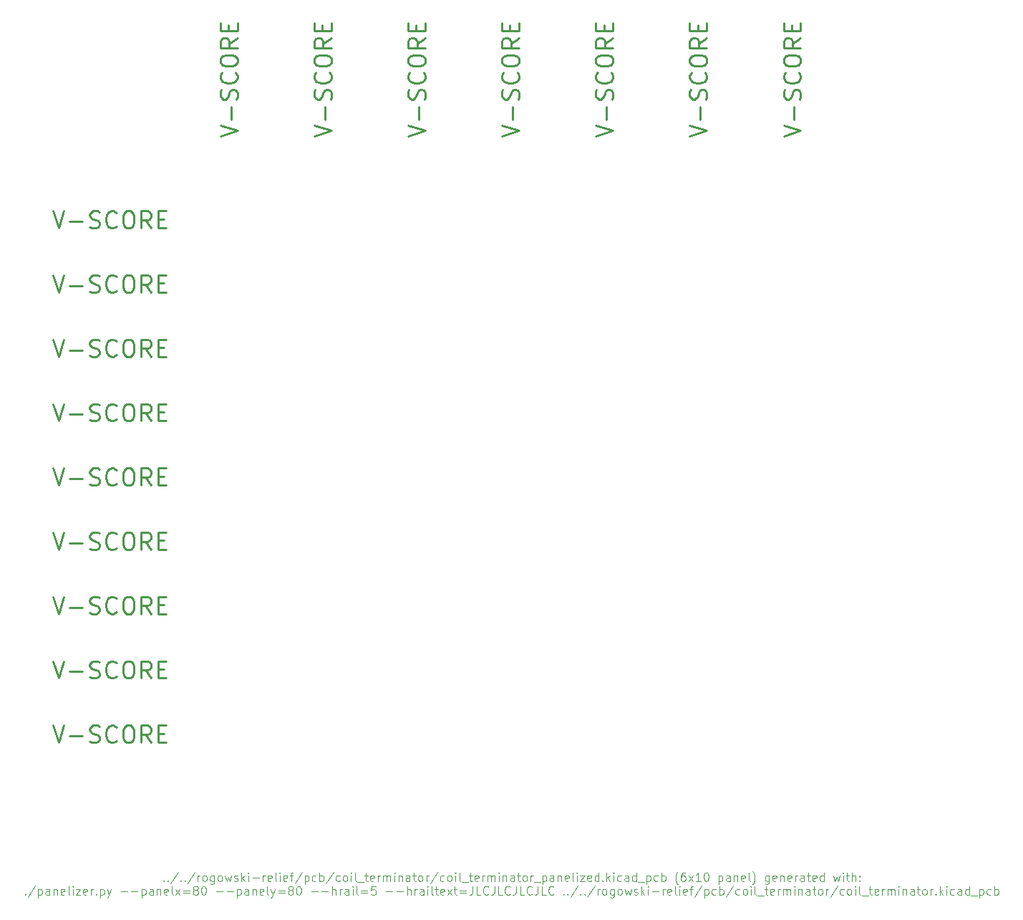
<source format=gbr>
%TF.GenerationSoftware,KiCad,Pcbnew,6.0.10-86aedd382b~118~ubuntu20.04.1*%
%TF.CreationDate,2023-01-07T17:55:22-08:00*%
%TF.ProjectId,coil_terminator_panelized,636f696c-5f74-4657-926d-696e61746f72,rev?*%
%TF.SameCoordinates,Original*%
%TF.FileFunction,Other,Comment*%
%FSLAX46Y46*%
G04 Gerber Fmt 4.6, Leading zero omitted, Abs format (unit mm)*
G04 Created by KiCad (PCBNEW 6.0.10-86aedd382b~118~ubuntu20.04.1) date 2023-01-07 17:55:22*
%MOMM*%
%LPD*%
G01*
G04 APERTURE LIST*
%ADD10C,0.250000*%
%ADD11C,0.125000*%
G04 APERTURE END LIST*
D10*
X160804761Y-104847023D02*
X162804761Y-104180357D01*
X160804761Y-103513690D01*
X162042857Y-102847023D02*
X162042857Y-101323214D01*
X162709523Y-100466071D02*
X162804761Y-100180357D01*
X162804761Y-99704166D01*
X162709523Y-99513690D01*
X162614285Y-99418452D01*
X162423809Y-99323214D01*
X162233333Y-99323214D01*
X162042857Y-99418452D01*
X161947619Y-99513690D01*
X161852380Y-99704166D01*
X161757142Y-100085119D01*
X161661904Y-100275595D01*
X161566666Y-100370833D01*
X161376190Y-100466071D01*
X161185714Y-100466071D01*
X160995238Y-100370833D01*
X160900000Y-100275595D01*
X160804761Y-100085119D01*
X160804761Y-99608928D01*
X160900000Y-99323214D01*
X162614285Y-97323214D02*
X162709523Y-97418452D01*
X162804761Y-97704166D01*
X162804761Y-97894642D01*
X162709523Y-98180357D01*
X162519047Y-98370833D01*
X162328571Y-98466071D01*
X161947619Y-98561309D01*
X161661904Y-98561309D01*
X161280952Y-98466071D01*
X161090476Y-98370833D01*
X160900000Y-98180357D01*
X160804761Y-97894642D01*
X160804761Y-97704166D01*
X160900000Y-97418452D01*
X160995238Y-97323214D01*
X160804761Y-96085119D02*
X160804761Y-95704166D01*
X160900000Y-95513690D01*
X161090476Y-95323214D01*
X161471428Y-95227976D01*
X162138095Y-95227976D01*
X162519047Y-95323214D01*
X162709523Y-95513690D01*
X162804761Y-95704166D01*
X162804761Y-96085119D01*
X162709523Y-96275595D01*
X162519047Y-96466071D01*
X162138095Y-96561309D01*
X161471428Y-96561309D01*
X161090476Y-96466071D01*
X160900000Y-96275595D01*
X160804761Y-96085119D01*
X162804761Y-93227976D02*
X161852380Y-93894642D01*
X162804761Y-94370833D02*
X160804761Y-94370833D01*
X160804761Y-93608928D01*
X160900000Y-93418452D01*
X160995238Y-93323214D01*
X161185714Y-93227976D01*
X161471428Y-93227976D01*
X161661904Y-93323214D01*
X161757142Y-93418452D01*
X161852380Y-93608928D01*
X161852380Y-94370833D01*
X161757142Y-92370833D02*
X161757142Y-91704166D01*
X162804761Y-91418452D02*
X162804761Y-92370833D01*
X160804761Y-92370833D01*
X160804761Y-91418452D01*
X85477976Y-113654761D02*
X86144642Y-115654761D01*
X86811309Y-113654761D01*
X87477976Y-114892857D02*
X89001785Y-114892857D01*
X89858928Y-115559523D02*
X90144642Y-115654761D01*
X90620833Y-115654761D01*
X90811309Y-115559523D01*
X90906547Y-115464285D01*
X91001785Y-115273809D01*
X91001785Y-115083333D01*
X90906547Y-114892857D01*
X90811309Y-114797619D01*
X90620833Y-114702380D01*
X90239880Y-114607142D01*
X90049404Y-114511904D01*
X89954166Y-114416666D01*
X89858928Y-114226190D01*
X89858928Y-114035714D01*
X89954166Y-113845238D01*
X90049404Y-113750000D01*
X90239880Y-113654761D01*
X90716071Y-113654761D01*
X91001785Y-113750000D01*
X93001785Y-115464285D02*
X92906547Y-115559523D01*
X92620833Y-115654761D01*
X92430357Y-115654761D01*
X92144642Y-115559523D01*
X91954166Y-115369047D01*
X91858928Y-115178571D01*
X91763690Y-114797619D01*
X91763690Y-114511904D01*
X91858928Y-114130952D01*
X91954166Y-113940476D01*
X92144642Y-113750000D01*
X92430357Y-113654761D01*
X92620833Y-113654761D01*
X92906547Y-113750000D01*
X93001785Y-113845238D01*
X94239880Y-113654761D02*
X94620833Y-113654761D01*
X94811309Y-113750000D01*
X95001785Y-113940476D01*
X95097023Y-114321428D01*
X95097023Y-114988095D01*
X95001785Y-115369047D01*
X94811309Y-115559523D01*
X94620833Y-115654761D01*
X94239880Y-115654761D01*
X94049404Y-115559523D01*
X93858928Y-115369047D01*
X93763690Y-114988095D01*
X93763690Y-114321428D01*
X93858928Y-113940476D01*
X94049404Y-113750000D01*
X94239880Y-113654761D01*
X97097023Y-115654761D02*
X96430357Y-114702380D01*
X95954166Y-115654761D02*
X95954166Y-113654761D01*
X96716071Y-113654761D01*
X96906547Y-113750000D01*
X97001785Y-113845238D01*
X97097023Y-114035714D01*
X97097023Y-114321428D01*
X97001785Y-114511904D01*
X96906547Y-114607142D01*
X96716071Y-114702380D01*
X95954166Y-114702380D01*
X97954166Y-114607142D02*
X98620833Y-114607142D01*
X98906547Y-115654761D02*
X97954166Y-115654761D01*
X97954166Y-113654761D01*
X98906547Y-113654761D01*
X85477976Y-136454761D02*
X86144642Y-138454761D01*
X86811309Y-136454761D01*
X87477976Y-137692857D02*
X89001785Y-137692857D01*
X89858928Y-138359523D02*
X90144642Y-138454761D01*
X90620833Y-138454761D01*
X90811309Y-138359523D01*
X90906547Y-138264285D01*
X91001785Y-138073809D01*
X91001785Y-137883333D01*
X90906547Y-137692857D01*
X90811309Y-137597619D01*
X90620833Y-137502380D01*
X90239880Y-137407142D01*
X90049404Y-137311904D01*
X89954166Y-137216666D01*
X89858928Y-137026190D01*
X89858928Y-136835714D01*
X89954166Y-136645238D01*
X90049404Y-136550000D01*
X90239880Y-136454761D01*
X90716071Y-136454761D01*
X91001785Y-136550000D01*
X93001785Y-138264285D02*
X92906547Y-138359523D01*
X92620833Y-138454761D01*
X92430357Y-138454761D01*
X92144642Y-138359523D01*
X91954166Y-138169047D01*
X91858928Y-137978571D01*
X91763690Y-137597619D01*
X91763690Y-137311904D01*
X91858928Y-136930952D01*
X91954166Y-136740476D01*
X92144642Y-136550000D01*
X92430357Y-136454761D01*
X92620833Y-136454761D01*
X92906547Y-136550000D01*
X93001785Y-136645238D01*
X94239880Y-136454761D02*
X94620833Y-136454761D01*
X94811309Y-136550000D01*
X95001785Y-136740476D01*
X95097023Y-137121428D01*
X95097023Y-137788095D01*
X95001785Y-138169047D01*
X94811309Y-138359523D01*
X94620833Y-138454761D01*
X94239880Y-138454761D01*
X94049404Y-138359523D01*
X93858928Y-138169047D01*
X93763690Y-137788095D01*
X93763690Y-137121428D01*
X93858928Y-136740476D01*
X94049404Y-136550000D01*
X94239880Y-136454761D01*
X97097023Y-138454761D02*
X96430357Y-137502380D01*
X95954166Y-138454761D02*
X95954166Y-136454761D01*
X96716071Y-136454761D01*
X96906547Y-136550000D01*
X97001785Y-136645238D01*
X97097023Y-136835714D01*
X97097023Y-137121428D01*
X97001785Y-137311904D01*
X96906547Y-137407142D01*
X96716071Y-137502380D01*
X95954166Y-137502380D01*
X97954166Y-137407142D02*
X98620833Y-137407142D01*
X98906547Y-138454761D02*
X97954166Y-138454761D01*
X97954166Y-136454761D01*
X98906547Y-136454761D01*
X105304761Y-104847023D02*
X107304761Y-104180357D01*
X105304761Y-103513690D01*
X106542857Y-102847023D02*
X106542857Y-101323214D01*
X107209523Y-100466071D02*
X107304761Y-100180357D01*
X107304761Y-99704166D01*
X107209523Y-99513690D01*
X107114285Y-99418452D01*
X106923809Y-99323214D01*
X106733333Y-99323214D01*
X106542857Y-99418452D01*
X106447619Y-99513690D01*
X106352380Y-99704166D01*
X106257142Y-100085119D01*
X106161904Y-100275595D01*
X106066666Y-100370833D01*
X105876190Y-100466071D01*
X105685714Y-100466071D01*
X105495238Y-100370833D01*
X105400000Y-100275595D01*
X105304761Y-100085119D01*
X105304761Y-99608928D01*
X105400000Y-99323214D01*
X107114285Y-97323214D02*
X107209523Y-97418452D01*
X107304761Y-97704166D01*
X107304761Y-97894642D01*
X107209523Y-98180357D01*
X107019047Y-98370833D01*
X106828571Y-98466071D01*
X106447619Y-98561309D01*
X106161904Y-98561309D01*
X105780952Y-98466071D01*
X105590476Y-98370833D01*
X105400000Y-98180357D01*
X105304761Y-97894642D01*
X105304761Y-97704166D01*
X105400000Y-97418452D01*
X105495238Y-97323214D01*
X105304761Y-96085119D02*
X105304761Y-95704166D01*
X105400000Y-95513690D01*
X105590476Y-95323214D01*
X105971428Y-95227976D01*
X106638095Y-95227976D01*
X107019047Y-95323214D01*
X107209523Y-95513690D01*
X107304761Y-95704166D01*
X107304761Y-96085119D01*
X107209523Y-96275595D01*
X107019047Y-96466071D01*
X106638095Y-96561309D01*
X105971428Y-96561309D01*
X105590476Y-96466071D01*
X105400000Y-96275595D01*
X105304761Y-96085119D01*
X107304761Y-93227976D02*
X106352380Y-93894642D01*
X107304761Y-94370833D02*
X105304761Y-94370833D01*
X105304761Y-93608928D01*
X105400000Y-93418452D01*
X105495238Y-93323214D01*
X105685714Y-93227976D01*
X105971428Y-93227976D01*
X106161904Y-93323214D01*
X106257142Y-93418452D01*
X106352380Y-93608928D01*
X106352380Y-94370833D01*
X106257142Y-92370833D02*
X106257142Y-91704166D01*
X107304761Y-91418452D02*
X107304761Y-92370833D01*
X105304761Y-92370833D01*
X105304761Y-91418452D01*
X85477976Y-151654761D02*
X86144642Y-153654761D01*
X86811309Y-151654761D01*
X87477976Y-152892857D02*
X89001785Y-152892857D01*
X89858928Y-153559523D02*
X90144642Y-153654761D01*
X90620833Y-153654761D01*
X90811309Y-153559523D01*
X90906547Y-153464285D01*
X91001785Y-153273809D01*
X91001785Y-153083333D01*
X90906547Y-152892857D01*
X90811309Y-152797619D01*
X90620833Y-152702380D01*
X90239880Y-152607142D01*
X90049404Y-152511904D01*
X89954166Y-152416666D01*
X89858928Y-152226190D01*
X89858928Y-152035714D01*
X89954166Y-151845238D01*
X90049404Y-151750000D01*
X90239880Y-151654761D01*
X90716071Y-151654761D01*
X91001785Y-151750000D01*
X93001785Y-153464285D02*
X92906547Y-153559523D01*
X92620833Y-153654761D01*
X92430357Y-153654761D01*
X92144642Y-153559523D01*
X91954166Y-153369047D01*
X91858928Y-153178571D01*
X91763690Y-152797619D01*
X91763690Y-152511904D01*
X91858928Y-152130952D01*
X91954166Y-151940476D01*
X92144642Y-151750000D01*
X92430357Y-151654761D01*
X92620833Y-151654761D01*
X92906547Y-151750000D01*
X93001785Y-151845238D01*
X94239880Y-151654761D02*
X94620833Y-151654761D01*
X94811309Y-151750000D01*
X95001785Y-151940476D01*
X95097023Y-152321428D01*
X95097023Y-152988095D01*
X95001785Y-153369047D01*
X94811309Y-153559523D01*
X94620833Y-153654761D01*
X94239880Y-153654761D01*
X94049404Y-153559523D01*
X93858928Y-153369047D01*
X93763690Y-152988095D01*
X93763690Y-152321428D01*
X93858928Y-151940476D01*
X94049404Y-151750000D01*
X94239880Y-151654761D01*
X97097023Y-153654761D02*
X96430357Y-152702380D01*
X95954166Y-153654761D02*
X95954166Y-151654761D01*
X96716071Y-151654761D01*
X96906547Y-151750000D01*
X97001785Y-151845238D01*
X97097023Y-152035714D01*
X97097023Y-152321428D01*
X97001785Y-152511904D01*
X96906547Y-152607142D01*
X96716071Y-152702380D01*
X95954166Y-152702380D01*
X97954166Y-152607142D02*
X98620833Y-152607142D01*
X98906547Y-153654761D02*
X97954166Y-153654761D01*
X97954166Y-151654761D01*
X98906547Y-151654761D01*
X85477976Y-128854761D02*
X86144642Y-130854761D01*
X86811309Y-128854761D01*
X87477976Y-130092857D02*
X89001785Y-130092857D01*
X89858928Y-130759523D02*
X90144642Y-130854761D01*
X90620833Y-130854761D01*
X90811309Y-130759523D01*
X90906547Y-130664285D01*
X91001785Y-130473809D01*
X91001785Y-130283333D01*
X90906547Y-130092857D01*
X90811309Y-129997619D01*
X90620833Y-129902380D01*
X90239880Y-129807142D01*
X90049404Y-129711904D01*
X89954166Y-129616666D01*
X89858928Y-129426190D01*
X89858928Y-129235714D01*
X89954166Y-129045238D01*
X90049404Y-128950000D01*
X90239880Y-128854761D01*
X90716071Y-128854761D01*
X91001785Y-128950000D01*
X93001785Y-130664285D02*
X92906547Y-130759523D01*
X92620833Y-130854761D01*
X92430357Y-130854761D01*
X92144642Y-130759523D01*
X91954166Y-130569047D01*
X91858928Y-130378571D01*
X91763690Y-129997619D01*
X91763690Y-129711904D01*
X91858928Y-129330952D01*
X91954166Y-129140476D01*
X92144642Y-128950000D01*
X92430357Y-128854761D01*
X92620833Y-128854761D01*
X92906547Y-128950000D01*
X93001785Y-129045238D01*
X94239880Y-128854761D02*
X94620833Y-128854761D01*
X94811309Y-128950000D01*
X95001785Y-129140476D01*
X95097023Y-129521428D01*
X95097023Y-130188095D01*
X95001785Y-130569047D01*
X94811309Y-130759523D01*
X94620833Y-130854761D01*
X94239880Y-130854761D01*
X94049404Y-130759523D01*
X93858928Y-130569047D01*
X93763690Y-130188095D01*
X93763690Y-129521428D01*
X93858928Y-129140476D01*
X94049404Y-128950000D01*
X94239880Y-128854761D01*
X97097023Y-130854761D02*
X96430357Y-129902380D01*
X95954166Y-130854761D02*
X95954166Y-128854761D01*
X96716071Y-128854761D01*
X96906547Y-128950000D01*
X97001785Y-129045238D01*
X97097023Y-129235714D01*
X97097023Y-129521428D01*
X97001785Y-129711904D01*
X96906547Y-129807142D01*
X96716071Y-129902380D01*
X95954166Y-129902380D01*
X97954166Y-129807142D02*
X98620833Y-129807142D01*
X98906547Y-130854761D02*
X97954166Y-130854761D01*
X97954166Y-128854761D01*
X98906547Y-128854761D01*
X85477976Y-174454761D02*
X86144642Y-176454761D01*
X86811309Y-174454761D01*
X87477976Y-175692857D02*
X89001785Y-175692857D01*
X89858928Y-176359523D02*
X90144642Y-176454761D01*
X90620833Y-176454761D01*
X90811309Y-176359523D01*
X90906547Y-176264285D01*
X91001785Y-176073809D01*
X91001785Y-175883333D01*
X90906547Y-175692857D01*
X90811309Y-175597619D01*
X90620833Y-175502380D01*
X90239880Y-175407142D01*
X90049404Y-175311904D01*
X89954166Y-175216666D01*
X89858928Y-175026190D01*
X89858928Y-174835714D01*
X89954166Y-174645238D01*
X90049404Y-174550000D01*
X90239880Y-174454761D01*
X90716071Y-174454761D01*
X91001785Y-174550000D01*
X93001785Y-176264285D02*
X92906547Y-176359523D01*
X92620833Y-176454761D01*
X92430357Y-176454761D01*
X92144642Y-176359523D01*
X91954166Y-176169047D01*
X91858928Y-175978571D01*
X91763690Y-175597619D01*
X91763690Y-175311904D01*
X91858928Y-174930952D01*
X91954166Y-174740476D01*
X92144642Y-174550000D01*
X92430357Y-174454761D01*
X92620833Y-174454761D01*
X92906547Y-174550000D01*
X93001785Y-174645238D01*
X94239880Y-174454761D02*
X94620833Y-174454761D01*
X94811309Y-174550000D01*
X95001785Y-174740476D01*
X95097023Y-175121428D01*
X95097023Y-175788095D01*
X95001785Y-176169047D01*
X94811309Y-176359523D01*
X94620833Y-176454761D01*
X94239880Y-176454761D01*
X94049404Y-176359523D01*
X93858928Y-176169047D01*
X93763690Y-175788095D01*
X93763690Y-175121428D01*
X93858928Y-174740476D01*
X94049404Y-174550000D01*
X94239880Y-174454761D01*
X97097023Y-176454761D02*
X96430357Y-175502380D01*
X95954166Y-176454761D02*
X95954166Y-174454761D01*
X96716071Y-174454761D01*
X96906547Y-174550000D01*
X97001785Y-174645238D01*
X97097023Y-174835714D01*
X97097023Y-175121428D01*
X97001785Y-175311904D01*
X96906547Y-175407142D01*
X96716071Y-175502380D01*
X95954166Y-175502380D01*
X97954166Y-175407142D02*
X98620833Y-175407142D01*
X98906547Y-176454761D02*
X97954166Y-176454761D01*
X97954166Y-174454761D01*
X98906547Y-174454761D01*
D11*
X98607142Y-192752142D02*
X98654761Y-192799761D01*
X98607142Y-192847380D01*
X98559523Y-192799761D01*
X98607142Y-192752142D01*
X98607142Y-192847380D01*
X99083333Y-192752142D02*
X99130952Y-192799761D01*
X99083333Y-192847380D01*
X99035714Y-192799761D01*
X99083333Y-192752142D01*
X99083333Y-192847380D01*
X100273809Y-191799761D02*
X99416666Y-193085476D01*
X100607142Y-192752142D02*
X100654761Y-192799761D01*
X100607142Y-192847380D01*
X100559523Y-192799761D01*
X100607142Y-192752142D01*
X100607142Y-192847380D01*
X101083333Y-192752142D02*
X101130952Y-192799761D01*
X101083333Y-192847380D01*
X101035714Y-192799761D01*
X101083333Y-192752142D01*
X101083333Y-192847380D01*
X102273809Y-191799761D02*
X101416666Y-193085476D01*
X102607142Y-192847380D02*
X102607142Y-192180714D01*
X102607142Y-192371190D02*
X102654761Y-192275952D01*
X102702380Y-192228333D01*
X102797619Y-192180714D01*
X102892857Y-192180714D01*
X103369047Y-192847380D02*
X103273809Y-192799761D01*
X103226190Y-192752142D01*
X103178571Y-192656904D01*
X103178571Y-192371190D01*
X103226190Y-192275952D01*
X103273809Y-192228333D01*
X103369047Y-192180714D01*
X103511904Y-192180714D01*
X103607142Y-192228333D01*
X103654761Y-192275952D01*
X103702380Y-192371190D01*
X103702380Y-192656904D01*
X103654761Y-192752142D01*
X103607142Y-192799761D01*
X103511904Y-192847380D01*
X103369047Y-192847380D01*
X104559523Y-192180714D02*
X104559523Y-192990238D01*
X104511904Y-193085476D01*
X104464285Y-193133095D01*
X104369047Y-193180714D01*
X104226190Y-193180714D01*
X104130952Y-193133095D01*
X104559523Y-192799761D02*
X104464285Y-192847380D01*
X104273809Y-192847380D01*
X104178571Y-192799761D01*
X104130952Y-192752142D01*
X104083333Y-192656904D01*
X104083333Y-192371190D01*
X104130952Y-192275952D01*
X104178571Y-192228333D01*
X104273809Y-192180714D01*
X104464285Y-192180714D01*
X104559523Y-192228333D01*
X105178571Y-192847380D02*
X105083333Y-192799761D01*
X105035714Y-192752142D01*
X104988095Y-192656904D01*
X104988095Y-192371190D01*
X105035714Y-192275952D01*
X105083333Y-192228333D01*
X105178571Y-192180714D01*
X105321428Y-192180714D01*
X105416666Y-192228333D01*
X105464285Y-192275952D01*
X105511904Y-192371190D01*
X105511904Y-192656904D01*
X105464285Y-192752142D01*
X105416666Y-192799761D01*
X105321428Y-192847380D01*
X105178571Y-192847380D01*
X105845238Y-192180714D02*
X106035714Y-192847380D01*
X106226190Y-192371190D01*
X106416666Y-192847380D01*
X106607142Y-192180714D01*
X106940476Y-192799761D02*
X107035714Y-192847380D01*
X107226190Y-192847380D01*
X107321428Y-192799761D01*
X107369047Y-192704523D01*
X107369047Y-192656904D01*
X107321428Y-192561666D01*
X107226190Y-192514047D01*
X107083333Y-192514047D01*
X106988095Y-192466428D01*
X106940476Y-192371190D01*
X106940476Y-192323571D01*
X106988095Y-192228333D01*
X107083333Y-192180714D01*
X107226190Y-192180714D01*
X107321428Y-192228333D01*
X107797619Y-192847380D02*
X107797619Y-191847380D01*
X107892857Y-192466428D02*
X108178571Y-192847380D01*
X108178571Y-192180714D02*
X107797619Y-192561666D01*
X108607142Y-192847380D02*
X108607142Y-192180714D01*
X108607142Y-191847380D02*
X108559523Y-191895000D01*
X108607142Y-191942619D01*
X108654761Y-191895000D01*
X108607142Y-191847380D01*
X108607142Y-191942619D01*
X109083333Y-192466428D02*
X109845238Y-192466428D01*
X110321428Y-192847380D02*
X110321428Y-192180714D01*
X110321428Y-192371190D02*
X110369047Y-192275952D01*
X110416666Y-192228333D01*
X110511904Y-192180714D01*
X110607142Y-192180714D01*
X111321428Y-192799761D02*
X111226190Y-192847380D01*
X111035714Y-192847380D01*
X110940476Y-192799761D01*
X110892857Y-192704523D01*
X110892857Y-192323571D01*
X110940476Y-192228333D01*
X111035714Y-192180714D01*
X111226190Y-192180714D01*
X111321428Y-192228333D01*
X111369047Y-192323571D01*
X111369047Y-192418809D01*
X110892857Y-192514047D01*
X111940476Y-192847380D02*
X111845238Y-192799761D01*
X111797619Y-192704523D01*
X111797619Y-191847380D01*
X112321428Y-192847380D02*
X112321428Y-192180714D01*
X112321428Y-191847380D02*
X112273809Y-191895000D01*
X112321428Y-191942619D01*
X112369047Y-191895000D01*
X112321428Y-191847380D01*
X112321428Y-191942619D01*
X113178571Y-192799761D02*
X113083333Y-192847380D01*
X112892857Y-192847380D01*
X112797619Y-192799761D01*
X112750000Y-192704523D01*
X112750000Y-192323571D01*
X112797619Y-192228333D01*
X112892857Y-192180714D01*
X113083333Y-192180714D01*
X113178571Y-192228333D01*
X113226190Y-192323571D01*
X113226190Y-192418809D01*
X112750000Y-192514047D01*
X113511904Y-192180714D02*
X113892857Y-192180714D01*
X113654761Y-192847380D02*
X113654761Y-191990238D01*
X113702380Y-191895000D01*
X113797619Y-191847380D01*
X113892857Y-191847380D01*
X114940476Y-191799761D02*
X114083333Y-193085476D01*
X115273809Y-192180714D02*
X115273809Y-193180714D01*
X115273809Y-192228333D02*
X115369047Y-192180714D01*
X115559523Y-192180714D01*
X115654761Y-192228333D01*
X115702380Y-192275952D01*
X115750000Y-192371190D01*
X115750000Y-192656904D01*
X115702380Y-192752142D01*
X115654761Y-192799761D01*
X115559523Y-192847380D01*
X115369047Y-192847380D01*
X115273809Y-192799761D01*
X116607142Y-192799761D02*
X116511904Y-192847380D01*
X116321428Y-192847380D01*
X116226190Y-192799761D01*
X116178571Y-192752142D01*
X116130952Y-192656904D01*
X116130952Y-192371190D01*
X116178571Y-192275952D01*
X116226190Y-192228333D01*
X116321428Y-192180714D01*
X116511904Y-192180714D01*
X116607142Y-192228333D01*
X117035714Y-192847380D02*
X117035714Y-191847380D01*
X117035714Y-192228333D02*
X117130952Y-192180714D01*
X117321428Y-192180714D01*
X117416666Y-192228333D01*
X117464285Y-192275952D01*
X117511904Y-192371190D01*
X117511904Y-192656904D01*
X117464285Y-192752142D01*
X117416666Y-192799761D01*
X117321428Y-192847380D01*
X117130952Y-192847380D01*
X117035714Y-192799761D01*
X118654761Y-191799761D02*
X117797619Y-193085476D01*
X119416666Y-192799761D02*
X119321428Y-192847380D01*
X119130952Y-192847380D01*
X119035714Y-192799761D01*
X118988095Y-192752142D01*
X118940476Y-192656904D01*
X118940476Y-192371190D01*
X118988095Y-192275952D01*
X119035714Y-192228333D01*
X119130952Y-192180714D01*
X119321428Y-192180714D01*
X119416666Y-192228333D01*
X119988095Y-192847380D02*
X119892857Y-192799761D01*
X119845238Y-192752142D01*
X119797619Y-192656904D01*
X119797619Y-192371190D01*
X119845238Y-192275952D01*
X119892857Y-192228333D01*
X119988095Y-192180714D01*
X120130952Y-192180714D01*
X120226190Y-192228333D01*
X120273809Y-192275952D01*
X120321428Y-192371190D01*
X120321428Y-192656904D01*
X120273809Y-192752142D01*
X120226190Y-192799761D01*
X120130952Y-192847380D01*
X119988095Y-192847380D01*
X120750000Y-192847380D02*
X120750000Y-192180714D01*
X120750000Y-191847380D02*
X120702380Y-191895000D01*
X120750000Y-191942619D01*
X120797619Y-191895000D01*
X120750000Y-191847380D01*
X120750000Y-191942619D01*
X121369047Y-192847380D02*
X121273809Y-192799761D01*
X121226190Y-192704523D01*
X121226190Y-191847380D01*
X121511904Y-192942619D02*
X122273809Y-192942619D01*
X122369047Y-192180714D02*
X122750000Y-192180714D01*
X122511904Y-191847380D02*
X122511904Y-192704523D01*
X122559523Y-192799761D01*
X122654761Y-192847380D01*
X122750000Y-192847380D01*
X123464285Y-192799761D02*
X123369047Y-192847380D01*
X123178571Y-192847380D01*
X123083333Y-192799761D01*
X123035714Y-192704523D01*
X123035714Y-192323571D01*
X123083333Y-192228333D01*
X123178571Y-192180714D01*
X123369047Y-192180714D01*
X123464285Y-192228333D01*
X123511904Y-192323571D01*
X123511904Y-192418809D01*
X123035714Y-192514047D01*
X123940476Y-192847380D02*
X123940476Y-192180714D01*
X123940476Y-192371190D02*
X123988095Y-192275952D01*
X124035714Y-192228333D01*
X124130952Y-192180714D01*
X124226190Y-192180714D01*
X124559523Y-192847380D02*
X124559523Y-192180714D01*
X124559523Y-192275952D02*
X124607142Y-192228333D01*
X124702380Y-192180714D01*
X124845238Y-192180714D01*
X124940476Y-192228333D01*
X124988095Y-192323571D01*
X124988095Y-192847380D01*
X124988095Y-192323571D02*
X125035714Y-192228333D01*
X125130952Y-192180714D01*
X125273809Y-192180714D01*
X125369047Y-192228333D01*
X125416666Y-192323571D01*
X125416666Y-192847380D01*
X125892857Y-192847380D02*
X125892857Y-192180714D01*
X125892857Y-191847380D02*
X125845238Y-191895000D01*
X125892857Y-191942619D01*
X125940476Y-191895000D01*
X125892857Y-191847380D01*
X125892857Y-191942619D01*
X126369047Y-192180714D02*
X126369047Y-192847380D01*
X126369047Y-192275952D02*
X126416666Y-192228333D01*
X126511904Y-192180714D01*
X126654761Y-192180714D01*
X126750000Y-192228333D01*
X126797619Y-192323571D01*
X126797619Y-192847380D01*
X127702380Y-192847380D02*
X127702380Y-192323571D01*
X127654761Y-192228333D01*
X127559523Y-192180714D01*
X127369047Y-192180714D01*
X127273809Y-192228333D01*
X127702380Y-192799761D02*
X127607142Y-192847380D01*
X127369047Y-192847380D01*
X127273809Y-192799761D01*
X127226190Y-192704523D01*
X127226190Y-192609285D01*
X127273809Y-192514047D01*
X127369047Y-192466428D01*
X127607142Y-192466428D01*
X127702380Y-192418809D01*
X128035714Y-192180714D02*
X128416666Y-192180714D01*
X128178571Y-191847380D02*
X128178571Y-192704523D01*
X128226190Y-192799761D01*
X128321428Y-192847380D01*
X128416666Y-192847380D01*
X128892857Y-192847380D02*
X128797619Y-192799761D01*
X128750000Y-192752142D01*
X128702380Y-192656904D01*
X128702380Y-192371190D01*
X128750000Y-192275952D01*
X128797619Y-192228333D01*
X128892857Y-192180714D01*
X129035714Y-192180714D01*
X129130952Y-192228333D01*
X129178571Y-192275952D01*
X129226190Y-192371190D01*
X129226190Y-192656904D01*
X129178571Y-192752142D01*
X129130952Y-192799761D01*
X129035714Y-192847380D01*
X128892857Y-192847380D01*
X129654761Y-192847380D02*
X129654761Y-192180714D01*
X129654761Y-192371190D02*
X129702380Y-192275952D01*
X129750000Y-192228333D01*
X129845238Y-192180714D01*
X129940476Y-192180714D01*
X130988095Y-191799761D02*
X130130952Y-193085476D01*
X131750000Y-192799761D02*
X131654761Y-192847380D01*
X131464285Y-192847380D01*
X131369047Y-192799761D01*
X131321428Y-192752142D01*
X131273809Y-192656904D01*
X131273809Y-192371190D01*
X131321428Y-192275952D01*
X131369047Y-192228333D01*
X131464285Y-192180714D01*
X131654761Y-192180714D01*
X131750000Y-192228333D01*
X132321428Y-192847380D02*
X132226190Y-192799761D01*
X132178571Y-192752142D01*
X132130952Y-192656904D01*
X132130952Y-192371190D01*
X132178571Y-192275952D01*
X132226190Y-192228333D01*
X132321428Y-192180714D01*
X132464285Y-192180714D01*
X132559523Y-192228333D01*
X132607142Y-192275952D01*
X132654761Y-192371190D01*
X132654761Y-192656904D01*
X132607142Y-192752142D01*
X132559523Y-192799761D01*
X132464285Y-192847380D01*
X132321428Y-192847380D01*
X133083333Y-192847380D02*
X133083333Y-192180714D01*
X133083333Y-191847380D02*
X133035714Y-191895000D01*
X133083333Y-191942619D01*
X133130952Y-191895000D01*
X133083333Y-191847380D01*
X133083333Y-191942619D01*
X133702380Y-192847380D02*
X133607142Y-192799761D01*
X133559523Y-192704523D01*
X133559523Y-191847380D01*
X133845238Y-192942619D02*
X134607142Y-192942619D01*
X134702380Y-192180714D02*
X135083333Y-192180714D01*
X134845238Y-191847380D02*
X134845238Y-192704523D01*
X134892857Y-192799761D01*
X134988095Y-192847380D01*
X135083333Y-192847380D01*
X135797619Y-192799761D02*
X135702380Y-192847380D01*
X135511904Y-192847380D01*
X135416666Y-192799761D01*
X135369047Y-192704523D01*
X135369047Y-192323571D01*
X135416666Y-192228333D01*
X135511904Y-192180714D01*
X135702380Y-192180714D01*
X135797619Y-192228333D01*
X135845238Y-192323571D01*
X135845238Y-192418809D01*
X135369047Y-192514047D01*
X136273809Y-192847380D02*
X136273809Y-192180714D01*
X136273809Y-192371190D02*
X136321428Y-192275952D01*
X136369047Y-192228333D01*
X136464285Y-192180714D01*
X136559523Y-192180714D01*
X136892857Y-192847380D02*
X136892857Y-192180714D01*
X136892857Y-192275952D02*
X136940476Y-192228333D01*
X137035714Y-192180714D01*
X137178571Y-192180714D01*
X137273809Y-192228333D01*
X137321428Y-192323571D01*
X137321428Y-192847380D01*
X137321428Y-192323571D02*
X137369047Y-192228333D01*
X137464285Y-192180714D01*
X137607142Y-192180714D01*
X137702380Y-192228333D01*
X137750000Y-192323571D01*
X137750000Y-192847380D01*
X138226190Y-192847380D02*
X138226190Y-192180714D01*
X138226190Y-191847380D02*
X138178571Y-191895000D01*
X138226190Y-191942619D01*
X138273809Y-191895000D01*
X138226190Y-191847380D01*
X138226190Y-191942619D01*
X138702380Y-192180714D02*
X138702380Y-192847380D01*
X138702380Y-192275952D02*
X138750000Y-192228333D01*
X138845238Y-192180714D01*
X138988095Y-192180714D01*
X139083333Y-192228333D01*
X139130952Y-192323571D01*
X139130952Y-192847380D01*
X140035714Y-192847380D02*
X140035714Y-192323571D01*
X139988095Y-192228333D01*
X139892857Y-192180714D01*
X139702380Y-192180714D01*
X139607142Y-192228333D01*
X140035714Y-192799761D02*
X139940476Y-192847380D01*
X139702380Y-192847380D01*
X139607142Y-192799761D01*
X139559523Y-192704523D01*
X139559523Y-192609285D01*
X139607142Y-192514047D01*
X139702380Y-192466428D01*
X139940476Y-192466428D01*
X140035714Y-192418809D01*
X140369047Y-192180714D02*
X140750000Y-192180714D01*
X140511904Y-191847380D02*
X140511904Y-192704523D01*
X140559523Y-192799761D01*
X140654761Y-192847380D01*
X140750000Y-192847380D01*
X141226190Y-192847380D02*
X141130952Y-192799761D01*
X141083333Y-192752142D01*
X141035714Y-192656904D01*
X141035714Y-192371190D01*
X141083333Y-192275952D01*
X141130952Y-192228333D01*
X141226190Y-192180714D01*
X141369047Y-192180714D01*
X141464285Y-192228333D01*
X141511904Y-192275952D01*
X141559523Y-192371190D01*
X141559523Y-192656904D01*
X141511904Y-192752142D01*
X141464285Y-192799761D01*
X141369047Y-192847380D01*
X141226190Y-192847380D01*
X141988095Y-192847380D02*
X141988095Y-192180714D01*
X141988095Y-192371190D02*
X142035714Y-192275952D01*
X142083333Y-192228333D01*
X142178571Y-192180714D01*
X142273809Y-192180714D01*
X142369047Y-192942619D02*
X143130952Y-192942619D01*
X143369047Y-192180714D02*
X143369047Y-193180714D01*
X143369047Y-192228333D02*
X143464285Y-192180714D01*
X143654761Y-192180714D01*
X143750000Y-192228333D01*
X143797619Y-192275952D01*
X143845238Y-192371190D01*
X143845238Y-192656904D01*
X143797619Y-192752142D01*
X143750000Y-192799761D01*
X143654761Y-192847380D01*
X143464285Y-192847380D01*
X143369047Y-192799761D01*
X144702380Y-192847380D02*
X144702380Y-192323571D01*
X144654761Y-192228333D01*
X144559523Y-192180714D01*
X144369047Y-192180714D01*
X144273809Y-192228333D01*
X144702380Y-192799761D02*
X144607142Y-192847380D01*
X144369047Y-192847380D01*
X144273809Y-192799761D01*
X144226190Y-192704523D01*
X144226190Y-192609285D01*
X144273809Y-192514047D01*
X144369047Y-192466428D01*
X144607142Y-192466428D01*
X144702380Y-192418809D01*
X145178571Y-192180714D02*
X145178571Y-192847380D01*
X145178571Y-192275952D02*
X145226190Y-192228333D01*
X145321428Y-192180714D01*
X145464285Y-192180714D01*
X145559523Y-192228333D01*
X145607142Y-192323571D01*
X145607142Y-192847380D01*
X146464285Y-192799761D02*
X146369047Y-192847380D01*
X146178571Y-192847380D01*
X146083333Y-192799761D01*
X146035714Y-192704523D01*
X146035714Y-192323571D01*
X146083333Y-192228333D01*
X146178571Y-192180714D01*
X146369047Y-192180714D01*
X146464285Y-192228333D01*
X146511904Y-192323571D01*
X146511904Y-192418809D01*
X146035714Y-192514047D01*
X147083333Y-192847380D02*
X146988095Y-192799761D01*
X146940476Y-192704523D01*
X146940476Y-191847380D01*
X147464285Y-192847380D02*
X147464285Y-192180714D01*
X147464285Y-191847380D02*
X147416666Y-191895000D01*
X147464285Y-191942619D01*
X147511904Y-191895000D01*
X147464285Y-191847380D01*
X147464285Y-191942619D01*
X147845238Y-192180714D02*
X148369047Y-192180714D01*
X147845238Y-192847380D01*
X148369047Y-192847380D01*
X149130952Y-192799761D02*
X149035714Y-192847380D01*
X148845238Y-192847380D01*
X148750000Y-192799761D01*
X148702380Y-192704523D01*
X148702380Y-192323571D01*
X148750000Y-192228333D01*
X148845238Y-192180714D01*
X149035714Y-192180714D01*
X149130952Y-192228333D01*
X149178571Y-192323571D01*
X149178571Y-192418809D01*
X148702380Y-192514047D01*
X150035714Y-192847380D02*
X150035714Y-191847380D01*
X150035714Y-192799761D02*
X149940476Y-192847380D01*
X149750000Y-192847380D01*
X149654761Y-192799761D01*
X149607142Y-192752142D01*
X149559523Y-192656904D01*
X149559523Y-192371190D01*
X149607142Y-192275952D01*
X149654761Y-192228333D01*
X149750000Y-192180714D01*
X149940476Y-192180714D01*
X150035714Y-192228333D01*
X150511904Y-192752142D02*
X150559523Y-192799761D01*
X150511904Y-192847380D01*
X150464285Y-192799761D01*
X150511904Y-192752142D01*
X150511904Y-192847380D01*
X150988095Y-192847380D02*
X150988095Y-191847380D01*
X151083333Y-192466428D02*
X151369047Y-192847380D01*
X151369047Y-192180714D02*
X150988095Y-192561666D01*
X151797619Y-192847380D02*
X151797619Y-192180714D01*
X151797619Y-191847380D02*
X151750000Y-191895000D01*
X151797619Y-191942619D01*
X151845238Y-191895000D01*
X151797619Y-191847380D01*
X151797619Y-191942619D01*
X152702380Y-192799761D02*
X152607142Y-192847380D01*
X152416666Y-192847380D01*
X152321428Y-192799761D01*
X152273809Y-192752142D01*
X152226190Y-192656904D01*
X152226190Y-192371190D01*
X152273809Y-192275952D01*
X152321428Y-192228333D01*
X152416666Y-192180714D01*
X152607142Y-192180714D01*
X152702380Y-192228333D01*
X153559523Y-192847380D02*
X153559523Y-192323571D01*
X153511904Y-192228333D01*
X153416666Y-192180714D01*
X153226190Y-192180714D01*
X153130952Y-192228333D01*
X153559523Y-192799761D02*
X153464285Y-192847380D01*
X153226190Y-192847380D01*
X153130952Y-192799761D01*
X153083333Y-192704523D01*
X153083333Y-192609285D01*
X153130952Y-192514047D01*
X153226190Y-192466428D01*
X153464285Y-192466428D01*
X153559523Y-192418809D01*
X154464285Y-192847380D02*
X154464285Y-191847380D01*
X154464285Y-192799761D02*
X154369047Y-192847380D01*
X154178571Y-192847380D01*
X154083333Y-192799761D01*
X154035714Y-192752142D01*
X153988095Y-192656904D01*
X153988095Y-192371190D01*
X154035714Y-192275952D01*
X154083333Y-192228333D01*
X154178571Y-192180714D01*
X154369047Y-192180714D01*
X154464285Y-192228333D01*
X154702380Y-192942619D02*
X155464285Y-192942619D01*
X155702380Y-192180714D02*
X155702380Y-193180714D01*
X155702380Y-192228333D02*
X155797619Y-192180714D01*
X155988095Y-192180714D01*
X156083333Y-192228333D01*
X156130952Y-192275952D01*
X156178571Y-192371190D01*
X156178571Y-192656904D01*
X156130952Y-192752142D01*
X156083333Y-192799761D01*
X155988095Y-192847380D01*
X155797619Y-192847380D01*
X155702380Y-192799761D01*
X157035714Y-192799761D02*
X156940476Y-192847380D01*
X156750000Y-192847380D01*
X156654761Y-192799761D01*
X156607142Y-192752142D01*
X156559523Y-192656904D01*
X156559523Y-192371190D01*
X156607142Y-192275952D01*
X156654761Y-192228333D01*
X156750000Y-192180714D01*
X156940476Y-192180714D01*
X157035714Y-192228333D01*
X157464285Y-192847380D02*
X157464285Y-191847380D01*
X157464285Y-192228333D02*
X157559523Y-192180714D01*
X157750000Y-192180714D01*
X157845238Y-192228333D01*
X157892857Y-192275952D01*
X157940476Y-192371190D01*
X157940476Y-192656904D01*
X157892857Y-192752142D01*
X157845238Y-192799761D01*
X157750000Y-192847380D01*
X157559523Y-192847380D01*
X157464285Y-192799761D01*
X159416666Y-193228333D02*
X159369047Y-193180714D01*
X159273809Y-193037857D01*
X159226190Y-192942619D01*
X159178571Y-192799761D01*
X159130952Y-192561666D01*
X159130952Y-192371190D01*
X159178571Y-192133095D01*
X159226190Y-191990238D01*
X159273809Y-191895000D01*
X159369047Y-191752142D01*
X159416666Y-191704523D01*
X160226190Y-191847380D02*
X160035714Y-191847380D01*
X159940476Y-191895000D01*
X159892857Y-191942619D01*
X159797619Y-192085476D01*
X159750000Y-192275952D01*
X159750000Y-192656904D01*
X159797619Y-192752142D01*
X159845238Y-192799761D01*
X159940476Y-192847380D01*
X160130952Y-192847380D01*
X160226190Y-192799761D01*
X160273809Y-192752142D01*
X160321428Y-192656904D01*
X160321428Y-192418809D01*
X160273809Y-192323571D01*
X160226190Y-192275952D01*
X160130952Y-192228333D01*
X159940476Y-192228333D01*
X159845238Y-192275952D01*
X159797619Y-192323571D01*
X159750000Y-192418809D01*
X160654761Y-192847380D02*
X161178571Y-192180714D01*
X160654761Y-192180714D02*
X161178571Y-192847380D01*
X162083333Y-192847380D02*
X161511904Y-192847380D01*
X161797619Y-192847380D02*
X161797619Y-191847380D01*
X161702380Y-191990238D01*
X161607142Y-192085476D01*
X161511904Y-192133095D01*
X162702380Y-191847380D02*
X162797619Y-191847380D01*
X162892857Y-191895000D01*
X162940476Y-191942619D01*
X162988095Y-192037857D01*
X163035714Y-192228333D01*
X163035714Y-192466428D01*
X162988095Y-192656904D01*
X162940476Y-192752142D01*
X162892857Y-192799761D01*
X162797619Y-192847380D01*
X162702380Y-192847380D01*
X162607142Y-192799761D01*
X162559523Y-192752142D01*
X162511904Y-192656904D01*
X162464285Y-192466428D01*
X162464285Y-192228333D01*
X162511904Y-192037857D01*
X162559523Y-191942619D01*
X162607142Y-191895000D01*
X162702380Y-191847380D01*
X164226190Y-192180714D02*
X164226190Y-193180714D01*
X164226190Y-192228333D02*
X164321428Y-192180714D01*
X164511904Y-192180714D01*
X164607142Y-192228333D01*
X164654761Y-192275952D01*
X164702380Y-192371190D01*
X164702380Y-192656904D01*
X164654761Y-192752142D01*
X164607142Y-192799761D01*
X164511904Y-192847380D01*
X164321428Y-192847380D01*
X164226190Y-192799761D01*
X165559523Y-192847380D02*
X165559523Y-192323571D01*
X165511904Y-192228333D01*
X165416666Y-192180714D01*
X165226190Y-192180714D01*
X165130952Y-192228333D01*
X165559523Y-192799761D02*
X165464285Y-192847380D01*
X165226190Y-192847380D01*
X165130952Y-192799761D01*
X165083333Y-192704523D01*
X165083333Y-192609285D01*
X165130952Y-192514047D01*
X165226190Y-192466428D01*
X165464285Y-192466428D01*
X165559523Y-192418809D01*
X166035714Y-192180714D02*
X166035714Y-192847380D01*
X166035714Y-192275952D02*
X166083333Y-192228333D01*
X166178571Y-192180714D01*
X166321428Y-192180714D01*
X166416666Y-192228333D01*
X166464285Y-192323571D01*
X166464285Y-192847380D01*
X167321428Y-192799761D02*
X167226190Y-192847380D01*
X167035714Y-192847380D01*
X166940476Y-192799761D01*
X166892857Y-192704523D01*
X166892857Y-192323571D01*
X166940476Y-192228333D01*
X167035714Y-192180714D01*
X167226190Y-192180714D01*
X167321428Y-192228333D01*
X167369047Y-192323571D01*
X167369047Y-192418809D01*
X166892857Y-192514047D01*
X167940476Y-192847380D02*
X167845238Y-192799761D01*
X167797619Y-192704523D01*
X167797619Y-191847380D01*
X168226190Y-193228333D02*
X168273809Y-193180714D01*
X168369047Y-193037857D01*
X168416666Y-192942619D01*
X168464285Y-192799761D01*
X168511904Y-192561666D01*
X168511904Y-192371190D01*
X168464285Y-192133095D01*
X168416666Y-191990238D01*
X168369047Y-191895000D01*
X168273809Y-191752142D01*
X168226190Y-191704523D01*
X170178571Y-192180714D02*
X170178571Y-192990238D01*
X170130952Y-193085476D01*
X170083333Y-193133095D01*
X169988095Y-193180714D01*
X169845238Y-193180714D01*
X169750000Y-193133095D01*
X170178571Y-192799761D02*
X170083333Y-192847380D01*
X169892857Y-192847380D01*
X169797619Y-192799761D01*
X169750000Y-192752142D01*
X169702380Y-192656904D01*
X169702380Y-192371190D01*
X169750000Y-192275952D01*
X169797619Y-192228333D01*
X169892857Y-192180714D01*
X170083333Y-192180714D01*
X170178571Y-192228333D01*
X171035714Y-192799761D02*
X170940476Y-192847380D01*
X170750000Y-192847380D01*
X170654761Y-192799761D01*
X170607142Y-192704523D01*
X170607142Y-192323571D01*
X170654761Y-192228333D01*
X170750000Y-192180714D01*
X170940476Y-192180714D01*
X171035714Y-192228333D01*
X171083333Y-192323571D01*
X171083333Y-192418809D01*
X170607142Y-192514047D01*
X171511904Y-192180714D02*
X171511904Y-192847380D01*
X171511904Y-192275952D02*
X171559523Y-192228333D01*
X171654761Y-192180714D01*
X171797619Y-192180714D01*
X171892857Y-192228333D01*
X171940476Y-192323571D01*
X171940476Y-192847380D01*
X172797619Y-192799761D02*
X172702380Y-192847380D01*
X172511904Y-192847380D01*
X172416666Y-192799761D01*
X172369047Y-192704523D01*
X172369047Y-192323571D01*
X172416666Y-192228333D01*
X172511904Y-192180714D01*
X172702380Y-192180714D01*
X172797619Y-192228333D01*
X172845238Y-192323571D01*
X172845238Y-192418809D01*
X172369047Y-192514047D01*
X173273809Y-192847380D02*
X173273809Y-192180714D01*
X173273809Y-192371190D02*
X173321428Y-192275952D01*
X173369047Y-192228333D01*
X173464285Y-192180714D01*
X173559523Y-192180714D01*
X174321428Y-192847380D02*
X174321428Y-192323571D01*
X174273809Y-192228333D01*
X174178571Y-192180714D01*
X173988095Y-192180714D01*
X173892857Y-192228333D01*
X174321428Y-192799761D02*
X174226190Y-192847380D01*
X173988095Y-192847380D01*
X173892857Y-192799761D01*
X173845238Y-192704523D01*
X173845238Y-192609285D01*
X173892857Y-192514047D01*
X173988095Y-192466428D01*
X174226190Y-192466428D01*
X174321428Y-192418809D01*
X174654761Y-192180714D02*
X175035714Y-192180714D01*
X174797619Y-191847380D02*
X174797619Y-192704523D01*
X174845238Y-192799761D01*
X174940476Y-192847380D01*
X175035714Y-192847380D01*
X175750000Y-192799761D02*
X175654761Y-192847380D01*
X175464285Y-192847380D01*
X175369047Y-192799761D01*
X175321428Y-192704523D01*
X175321428Y-192323571D01*
X175369047Y-192228333D01*
X175464285Y-192180714D01*
X175654761Y-192180714D01*
X175750000Y-192228333D01*
X175797619Y-192323571D01*
X175797619Y-192418809D01*
X175321428Y-192514047D01*
X176654761Y-192847380D02*
X176654761Y-191847380D01*
X176654761Y-192799761D02*
X176559523Y-192847380D01*
X176369047Y-192847380D01*
X176273809Y-192799761D01*
X176226190Y-192752142D01*
X176178571Y-192656904D01*
X176178571Y-192371190D01*
X176226190Y-192275952D01*
X176273809Y-192228333D01*
X176369047Y-192180714D01*
X176559523Y-192180714D01*
X176654761Y-192228333D01*
X177797619Y-192180714D02*
X177988095Y-192847380D01*
X178178571Y-192371190D01*
X178369047Y-192847380D01*
X178559523Y-192180714D01*
X178940476Y-192847380D02*
X178940476Y-192180714D01*
X178940476Y-191847380D02*
X178892857Y-191895000D01*
X178940476Y-191942619D01*
X178988095Y-191895000D01*
X178940476Y-191847380D01*
X178940476Y-191942619D01*
X179273809Y-192180714D02*
X179654761Y-192180714D01*
X179416666Y-191847380D02*
X179416666Y-192704523D01*
X179464285Y-192799761D01*
X179559523Y-192847380D01*
X179654761Y-192847380D01*
X179988095Y-192847380D02*
X179988095Y-191847380D01*
X180416666Y-192847380D02*
X180416666Y-192323571D01*
X180369047Y-192228333D01*
X180273809Y-192180714D01*
X180130952Y-192180714D01*
X180035714Y-192228333D01*
X179988095Y-192275952D01*
X180892857Y-192752142D02*
X180940476Y-192799761D01*
X180892857Y-192847380D01*
X180845238Y-192799761D01*
X180892857Y-192752142D01*
X180892857Y-192847380D01*
X180892857Y-192228333D02*
X180940476Y-192275952D01*
X180892857Y-192323571D01*
X180845238Y-192275952D01*
X180892857Y-192228333D01*
X180892857Y-192323571D01*
X82226190Y-194362142D02*
X82273809Y-194409761D01*
X82226190Y-194457380D01*
X82178571Y-194409761D01*
X82226190Y-194362142D01*
X82226190Y-194457380D01*
X83416666Y-193409761D02*
X82559523Y-194695476D01*
X83750000Y-193790714D02*
X83750000Y-194790714D01*
X83750000Y-193838333D02*
X83845238Y-193790714D01*
X84035714Y-193790714D01*
X84130952Y-193838333D01*
X84178571Y-193885952D01*
X84226190Y-193981190D01*
X84226190Y-194266904D01*
X84178571Y-194362142D01*
X84130952Y-194409761D01*
X84035714Y-194457380D01*
X83845238Y-194457380D01*
X83750000Y-194409761D01*
X85083333Y-194457380D02*
X85083333Y-193933571D01*
X85035714Y-193838333D01*
X84940476Y-193790714D01*
X84750000Y-193790714D01*
X84654761Y-193838333D01*
X85083333Y-194409761D02*
X84988095Y-194457380D01*
X84750000Y-194457380D01*
X84654761Y-194409761D01*
X84607142Y-194314523D01*
X84607142Y-194219285D01*
X84654761Y-194124047D01*
X84750000Y-194076428D01*
X84988095Y-194076428D01*
X85083333Y-194028809D01*
X85559523Y-193790714D02*
X85559523Y-194457380D01*
X85559523Y-193885952D02*
X85607142Y-193838333D01*
X85702380Y-193790714D01*
X85845238Y-193790714D01*
X85940476Y-193838333D01*
X85988095Y-193933571D01*
X85988095Y-194457380D01*
X86845238Y-194409761D02*
X86750000Y-194457380D01*
X86559523Y-194457380D01*
X86464285Y-194409761D01*
X86416666Y-194314523D01*
X86416666Y-193933571D01*
X86464285Y-193838333D01*
X86559523Y-193790714D01*
X86750000Y-193790714D01*
X86845238Y-193838333D01*
X86892857Y-193933571D01*
X86892857Y-194028809D01*
X86416666Y-194124047D01*
X87464285Y-194457380D02*
X87369047Y-194409761D01*
X87321428Y-194314523D01*
X87321428Y-193457380D01*
X87845238Y-194457380D02*
X87845238Y-193790714D01*
X87845238Y-193457380D02*
X87797619Y-193505000D01*
X87845238Y-193552619D01*
X87892857Y-193505000D01*
X87845238Y-193457380D01*
X87845238Y-193552619D01*
X88226190Y-193790714D02*
X88750000Y-193790714D01*
X88226190Y-194457380D01*
X88750000Y-194457380D01*
X89511904Y-194409761D02*
X89416666Y-194457380D01*
X89226190Y-194457380D01*
X89130952Y-194409761D01*
X89083333Y-194314523D01*
X89083333Y-193933571D01*
X89130952Y-193838333D01*
X89226190Y-193790714D01*
X89416666Y-193790714D01*
X89511904Y-193838333D01*
X89559523Y-193933571D01*
X89559523Y-194028809D01*
X89083333Y-194124047D01*
X89988095Y-194457380D02*
X89988095Y-193790714D01*
X89988095Y-193981190D02*
X90035714Y-193885952D01*
X90083333Y-193838333D01*
X90178571Y-193790714D01*
X90273809Y-193790714D01*
X90607142Y-194362142D02*
X90654761Y-194409761D01*
X90607142Y-194457380D01*
X90559523Y-194409761D01*
X90607142Y-194362142D01*
X90607142Y-194457380D01*
X91083333Y-193790714D02*
X91083333Y-194790714D01*
X91083333Y-193838333D02*
X91178571Y-193790714D01*
X91369047Y-193790714D01*
X91464285Y-193838333D01*
X91511904Y-193885952D01*
X91559523Y-193981190D01*
X91559523Y-194266904D01*
X91511904Y-194362142D01*
X91464285Y-194409761D01*
X91369047Y-194457380D01*
X91178571Y-194457380D01*
X91083333Y-194409761D01*
X91892857Y-193790714D02*
X92130952Y-194457380D01*
X92369047Y-193790714D02*
X92130952Y-194457380D01*
X92035714Y-194695476D01*
X91988095Y-194743095D01*
X91892857Y-194790714D01*
X93511904Y-194076428D02*
X94273809Y-194076428D01*
X94750000Y-194076428D02*
X95511904Y-194076428D01*
X95988095Y-193790714D02*
X95988095Y-194790714D01*
X95988095Y-193838333D02*
X96083333Y-193790714D01*
X96273809Y-193790714D01*
X96369047Y-193838333D01*
X96416666Y-193885952D01*
X96464285Y-193981190D01*
X96464285Y-194266904D01*
X96416666Y-194362142D01*
X96369047Y-194409761D01*
X96273809Y-194457380D01*
X96083333Y-194457380D01*
X95988095Y-194409761D01*
X97321428Y-194457380D02*
X97321428Y-193933571D01*
X97273809Y-193838333D01*
X97178571Y-193790714D01*
X96988095Y-193790714D01*
X96892857Y-193838333D01*
X97321428Y-194409761D02*
X97226190Y-194457380D01*
X96988095Y-194457380D01*
X96892857Y-194409761D01*
X96845238Y-194314523D01*
X96845238Y-194219285D01*
X96892857Y-194124047D01*
X96988095Y-194076428D01*
X97226190Y-194076428D01*
X97321428Y-194028809D01*
X97797619Y-193790714D02*
X97797619Y-194457380D01*
X97797619Y-193885952D02*
X97845238Y-193838333D01*
X97940476Y-193790714D01*
X98083333Y-193790714D01*
X98178571Y-193838333D01*
X98226190Y-193933571D01*
X98226190Y-194457380D01*
X99083333Y-194409761D02*
X98988095Y-194457380D01*
X98797619Y-194457380D01*
X98702380Y-194409761D01*
X98654761Y-194314523D01*
X98654761Y-193933571D01*
X98702380Y-193838333D01*
X98797619Y-193790714D01*
X98988095Y-193790714D01*
X99083333Y-193838333D01*
X99130952Y-193933571D01*
X99130952Y-194028809D01*
X98654761Y-194124047D01*
X99702380Y-194457380D02*
X99607142Y-194409761D01*
X99559523Y-194314523D01*
X99559523Y-193457380D01*
X99988095Y-194457380D02*
X100511904Y-193790714D01*
X99988095Y-193790714D02*
X100511904Y-194457380D01*
X100892857Y-193933571D02*
X101654761Y-193933571D01*
X101654761Y-194219285D02*
X100892857Y-194219285D01*
X102273809Y-193885952D02*
X102178571Y-193838333D01*
X102130952Y-193790714D01*
X102083333Y-193695476D01*
X102083333Y-193647857D01*
X102130952Y-193552619D01*
X102178571Y-193505000D01*
X102273809Y-193457380D01*
X102464285Y-193457380D01*
X102559523Y-193505000D01*
X102607142Y-193552619D01*
X102654761Y-193647857D01*
X102654761Y-193695476D01*
X102607142Y-193790714D01*
X102559523Y-193838333D01*
X102464285Y-193885952D01*
X102273809Y-193885952D01*
X102178571Y-193933571D01*
X102130952Y-193981190D01*
X102083333Y-194076428D01*
X102083333Y-194266904D01*
X102130952Y-194362142D01*
X102178571Y-194409761D01*
X102273809Y-194457380D01*
X102464285Y-194457380D01*
X102559523Y-194409761D01*
X102607142Y-194362142D01*
X102654761Y-194266904D01*
X102654761Y-194076428D01*
X102607142Y-193981190D01*
X102559523Y-193933571D01*
X102464285Y-193885952D01*
X103273809Y-193457380D02*
X103369047Y-193457380D01*
X103464285Y-193505000D01*
X103511904Y-193552619D01*
X103559523Y-193647857D01*
X103607142Y-193838333D01*
X103607142Y-194076428D01*
X103559523Y-194266904D01*
X103511904Y-194362142D01*
X103464285Y-194409761D01*
X103369047Y-194457380D01*
X103273809Y-194457380D01*
X103178571Y-194409761D01*
X103130952Y-194362142D01*
X103083333Y-194266904D01*
X103035714Y-194076428D01*
X103035714Y-193838333D01*
X103083333Y-193647857D01*
X103130952Y-193552619D01*
X103178571Y-193505000D01*
X103273809Y-193457380D01*
X104797619Y-194076428D02*
X105559523Y-194076428D01*
X106035714Y-194076428D02*
X106797619Y-194076428D01*
X107273809Y-193790714D02*
X107273809Y-194790714D01*
X107273809Y-193838333D02*
X107369047Y-193790714D01*
X107559523Y-193790714D01*
X107654761Y-193838333D01*
X107702380Y-193885952D01*
X107750000Y-193981190D01*
X107750000Y-194266904D01*
X107702380Y-194362142D01*
X107654761Y-194409761D01*
X107559523Y-194457380D01*
X107369047Y-194457380D01*
X107273809Y-194409761D01*
X108607142Y-194457380D02*
X108607142Y-193933571D01*
X108559523Y-193838333D01*
X108464285Y-193790714D01*
X108273809Y-193790714D01*
X108178571Y-193838333D01*
X108607142Y-194409761D02*
X108511904Y-194457380D01*
X108273809Y-194457380D01*
X108178571Y-194409761D01*
X108130952Y-194314523D01*
X108130952Y-194219285D01*
X108178571Y-194124047D01*
X108273809Y-194076428D01*
X108511904Y-194076428D01*
X108607142Y-194028809D01*
X109083333Y-193790714D02*
X109083333Y-194457380D01*
X109083333Y-193885952D02*
X109130952Y-193838333D01*
X109226190Y-193790714D01*
X109369047Y-193790714D01*
X109464285Y-193838333D01*
X109511904Y-193933571D01*
X109511904Y-194457380D01*
X110369047Y-194409761D02*
X110273809Y-194457380D01*
X110083333Y-194457380D01*
X109988095Y-194409761D01*
X109940476Y-194314523D01*
X109940476Y-193933571D01*
X109988095Y-193838333D01*
X110083333Y-193790714D01*
X110273809Y-193790714D01*
X110369047Y-193838333D01*
X110416666Y-193933571D01*
X110416666Y-194028809D01*
X109940476Y-194124047D01*
X110988095Y-194457380D02*
X110892857Y-194409761D01*
X110845238Y-194314523D01*
X110845238Y-193457380D01*
X111273809Y-193790714D02*
X111511904Y-194457380D01*
X111750000Y-193790714D02*
X111511904Y-194457380D01*
X111416666Y-194695476D01*
X111369047Y-194743095D01*
X111273809Y-194790714D01*
X112130952Y-193933571D02*
X112892857Y-193933571D01*
X112892857Y-194219285D02*
X112130952Y-194219285D01*
X113511904Y-193885952D02*
X113416666Y-193838333D01*
X113369047Y-193790714D01*
X113321428Y-193695476D01*
X113321428Y-193647857D01*
X113369047Y-193552619D01*
X113416666Y-193505000D01*
X113511904Y-193457380D01*
X113702380Y-193457380D01*
X113797619Y-193505000D01*
X113845238Y-193552619D01*
X113892857Y-193647857D01*
X113892857Y-193695476D01*
X113845238Y-193790714D01*
X113797619Y-193838333D01*
X113702380Y-193885952D01*
X113511904Y-193885952D01*
X113416666Y-193933571D01*
X113369047Y-193981190D01*
X113321428Y-194076428D01*
X113321428Y-194266904D01*
X113369047Y-194362142D01*
X113416666Y-194409761D01*
X113511904Y-194457380D01*
X113702380Y-194457380D01*
X113797619Y-194409761D01*
X113845238Y-194362142D01*
X113892857Y-194266904D01*
X113892857Y-194076428D01*
X113845238Y-193981190D01*
X113797619Y-193933571D01*
X113702380Y-193885952D01*
X114511904Y-193457380D02*
X114607142Y-193457380D01*
X114702380Y-193505000D01*
X114750000Y-193552619D01*
X114797619Y-193647857D01*
X114845238Y-193838333D01*
X114845238Y-194076428D01*
X114797619Y-194266904D01*
X114750000Y-194362142D01*
X114702380Y-194409761D01*
X114607142Y-194457380D01*
X114511904Y-194457380D01*
X114416666Y-194409761D01*
X114369047Y-194362142D01*
X114321428Y-194266904D01*
X114273809Y-194076428D01*
X114273809Y-193838333D01*
X114321428Y-193647857D01*
X114369047Y-193552619D01*
X114416666Y-193505000D01*
X114511904Y-193457380D01*
X116035714Y-194076428D02*
X116797619Y-194076428D01*
X117273809Y-194076428D02*
X118035714Y-194076428D01*
X118511904Y-194457380D02*
X118511904Y-193457380D01*
X118940476Y-194457380D02*
X118940476Y-193933571D01*
X118892857Y-193838333D01*
X118797619Y-193790714D01*
X118654761Y-193790714D01*
X118559523Y-193838333D01*
X118511904Y-193885952D01*
X119416666Y-194457380D02*
X119416666Y-193790714D01*
X119416666Y-193981190D02*
X119464285Y-193885952D01*
X119511904Y-193838333D01*
X119607142Y-193790714D01*
X119702380Y-193790714D01*
X120464285Y-194457380D02*
X120464285Y-193933571D01*
X120416666Y-193838333D01*
X120321428Y-193790714D01*
X120130952Y-193790714D01*
X120035714Y-193838333D01*
X120464285Y-194409761D02*
X120369047Y-194457380D01*
X120130952Y-194457380D01*
X120035714Y-194409761D01*
X119988095Y-194314523D01*
X119988095Y-194219285D01*
X120035714Y-194124047D01*
X120130952Y-194076428D01*
X120369047Y-194076428D01*
X120464285Y-194028809D01*
X120940476Y-194457380D02*
X120940476Y-193790714D01*
X120940476Y-193457380D02*
X120892857Y-193505000D01*
X120940476Y-193552619D01*
X120988095Y-193505000D01*
X120940476Y-193457380D01*
X120940476Y-193552619D01*
X121559523Y-194457380D02*
X121464285Y-194409761D01*
X121416666Y-194314523D01*
X121416666Y-193457380D01*
X121940476Y-193933571D02*
X122702380Y-193933571D01*
X122702380Y-194219285D02*
X121940476Y-194219285D01*
X123654761Y-193457380D02*
X123178571Y-193457380D01*
X123130952Y-193933571D01*
X123178571Y-193885952D01*
X123273809Y-193838333D01*
X123511904Y-193838333D01*
X123607142Y-193885952D01*
X123654761Y-193933571D01*
X123702380Y-194028809D01*
X123702380Y-194266904D01*
X123654761Y-194362142D01*
X123607142Y-194409761D01*
X123511904Y-194457380D01*
X123273809Y-194457380D01*
X123178571Y-194409761D01*
X123130952Y-194362142D01*
X124892857Y-194076428D02*
X125654761Y-194076428D01*
X126130952Y-194076428D02*
X126892857Y-194076428D01*
X127369047Y-194457380D02*
X127369047Y-193457380D01*
X127797619Y-194457380D02*
X127797619Y-193933571D01*
X127750000Y-193838333D01*
X127654761Y-193790714D01*
X127511904Y-193790714D01*
X127416666Y-193838333D01*
X127369047Y-193885952D01*
X128273809Y-194457380D02*
X128273809Y-193790714D01*
X128273809Y-193981190D02*
X128321428Y-193885952D01*
X128369047Y-193838333D01*
X128464285Y-193790714D01*
X128559523Y-193790714D01*
X129321428Y-194457380D02*
X129321428Y-193933571D01*
X129273809Y-193838333D01*
X129178571Y-193790714D01*
X128988095Y-193790714D01*
X128892857Y-193838333D01*
X129321428Y-194409761D02*
X129226190Y-194457380D01*
X128988095Y-194457380D01*
X128892857Y-194409761D01*
X128845238Y-194314523D01*
X128845238Y-194219285D01*
X128892857Y-194124047D01*
X128988095Y-194076428D01*
X129226190Y-194076428D01*
X129321428Y-194028809D01*
X129797619Y-194457380D02*
X129797619Y-193790714D01*
X129797619Y-193457380D02*
X129750000Y-193505000D01*
X129797619Y-193552619D01*
X129845238Y-193505000D01*
X129797619Y-193457380D01*
X129797619Y-193552619D01*
X130416666Y-194457380D02*
X130321428Y-194409761D01*
X130273809Y-194314523D01*
X130273809Y-193457380D01*
X130654761Y-193790714D02*
X131035714Y-193790714D01*
X130797619Y-193457380D02*
X130797619Y-194314523D01*
X130845238Y-194409761D01*
X130940476Y-194457380D01*
X131035714Y-194457380D01*
X131750000Y-194409761D02*
X131654761Y-194457380D01*
X131464285Y-194457380D01*
X131369047Y-194409761D01*
X131321428Y-194314523D01*
X131321428Y-193933571D01*
X131369047Y-193838333D01*
X131464285Y-193790714D01*
X131654761Y-193790714D01*
X131750000Y-193838333D01*
X131797619Y-193933571D01*
X131797619Y-194028809D01*
X131321428Y-194124047D01*
X132130952Y-194457380D02*
X132654761Y-193790714D01*
X132130952Y-193790714D02*
X132654761Y-194457380D01*
X132892857Y-193790714D02*
X133273809Y-193790714D01*
X133035714Y-193457380D02*
X133035714Y-194314523D01*
X133083333Y-194409761D01*
X133178571Y-194457380D01*
X133273809Y-194457380D01*
X133607142Y-193933571D02*
X134369047Y-193933571D01*
X134369047Y-194219285D02*
X133607142Y-194219285D01*
X135130952Y-193457380D02*
X135130952Y-194171666D01*
X135083333Y-194314523D01*
X134988095Y-194409761D01*
X134845238Y-194457380D01*
X134750000Y-194457380D01*
X136083333Y-194457380D02*
X135607142Y-194457380D01*
X135607142Y-193457380D01*
X136988095Y-194362142D02*
X136940476Y-194409761D01*
X136797619Y-194457380D01*
X136702380Y-194457380D01*
X136559523Y-194409761D01*
X136464285Y-194314523D01*
X136416666Y-194219285D01*
X136369047Y-194028809D01*
X136369047Y-193885952D01*
X136416666Y-193695476D01*
X136464285Y-193600238D01*
X136559523Y-193505000D01*
X136702380Y-193457380D01*
X136797619Y-193457380D01*
X136940476Y-193505000D01*
X136988095Y-193552619D01*
X137702380Y-193457380D02*
X137702380Y-194171666D01*
X137654761Y-194314523D01*
X137559523Y-194409761D01*
X137416666Y-194457380D01*
X137321428Y-194457380D01*
X138654761Y-194457380D02*
X138178571Y-194457380D01*
X138178571Y-193457380D01*
X139559523Y-194362142D02*
X139511904Y-194409761D01*
X139369047Y-194457380D01*
X139273809Y-194457380D01*
X139130952Y-194409761D01*
X139035714Y-194314523D01*
X138988095Y-194219285D01*
X138940476Y-194028809D01*
X138940476Y-193885952D01*
X138988095Y-193695476D01*
X139035714Y-193600238D01*
X139130952Y-193505000D01*
X139273809Y-193457380D01*
X139369047Y-193457380D01*
X139511904Y-193505000D01*
X139559523Y-193552619D01*
X140273809Y-193457380D02*
X140273809Y-194171666D01*
X140226190Y-194314523D01*
X140130952Y-194409761D01*
X139988095Y-194457380D01*
X139892857Y-194457380D01*
X141226190Y-194457380D02*
X140750000Y-194457380D01*
X140750000Y-193457380D01*
X142130952Y-194362142D02*
X142083333Y-194409761D01*
X141940476Y-194457380D01*
X141845238Y-194457380D01*
X141702380Y-194409761D01*
X141607142Y-194314523D01*
X141559523Y-194219285D01*
X141511904Y-194028809D01*
X141511904Y-193885952D01*
X141559523Y-193695476D01*
X141607142Y-193600238D01*
X141702380Y-193505000D01*
X141845238Y-193457380D01*
X141940476Y-193457380D01*
X142083333Y-193505000D01*
X142130952Y-193552619D01*
X142845238Y-193457380D02*
X142845238Y-194171666D01*
X142797619Y-194314523D01*
X142702380Y-194409761D01*
X142559523Y-194457380D01*
X142464285Y-194457380D01*
X143797619Y-194457380D02*
X143321428Y-194457380D01*
X143321428Y-193457380D01*
X144702380Y-194362142D02*
X144654761Y-194409761D01*
X144511904Y-194457380D01*
X144416666Y-194457380D01*
X144273809Y-194409761D01*
X144178571Y-194314523D01*
X144130952Y-194219285D01*
X144083333Y-194028809D01*
X144083333Y-193885952D01*
X144130952Y-193695476D01*
X144178571Y-193600238D01*
X144273809Y-193505000D01*
X144416666Y-193457380D01*
X144511904Y-193457380D01*
X144654761Y-193505000D01*
X144702380Y-193552619D01*
X145892857Y-194362142D02*
X145940476Y-194409761D01*
X145892857Y-194457380D01*
X145845238Y-194409761D01*
X145892857Y-194362142D01*
X145892857Y-194457380D01*
X146369047Y-194362142D02*
X146416666Y-194409761D01*
X146369047Y-194457380D01*
X146321428Y-194409761D01*
X146369047Y-194362142D01*
X146369047Y-194457380D01*
X147559523Y-193409761D02*
X146702380Y-194695476D01*
X147892857Y-194362142D02*
X147940476Y-194409761D01*
X147892857Y-194457380D01*
X147845238Y-194409761D01*
X147892857Y-194362142D01*
X147892857Y-194457380D01*
X148369047Y-194362142D02*
X148416666Y-194409761D01*
X148369047Y-194457380D01*
X148321428Y-194409761D01*
X148369047Y-194362142D01*
X148369047Y-194457380D01*
X149559523Y-193409761D02*
X148702380Y-194695476D01*
X149892857Y-194457380D02*
X149892857Y-193790714D01*
X149892857Y-193981190D02*
X149940476Y-193885952D01*
X149988095Y-193838333D01*
X150083333Y-193790714D01*
X150178571Y-193790714D01*
X150654761Y-194457380D02*
X150559523Y-194409761D01*
X150511904Y-194362142D01*
X150464285Y-194266904D01*
X150464285Y-193981190D01*
X150511904Y-193885952D01*
X150559523Y-193838333D01*
X150654761Y-193790714D01*
X150797619Y-193790714D01*
X150892857Y-193838333D01*
X150940476Y-193885952D01*
X150988095Y-193981190D01*
X150988095Y-194266904D01*
X150940476Y-194362142D01*
X150892857Y-194409761D01*
X150797619Y-194457380D01*
X150654761Y-194457380D01*
X151845238Y-193790714D02*
X151845238Y-194600238D01*
X151797619Y-194695476D01*
X151750000Y-194743095D01*
X151654761Y-194790714D01*
X151511904Y-194790714D01*
X151416666Y-194743095D01*
X151845238Y-194409761D02*
X151750000Y-194457380D01*
X151559523Y-194457380D01*
X151464285Y-194409761D01*
X151416666Y-194362142D01*
X151369047Y-194266904D01*
X151369047Y-193981190D01*
X151416666Y-193885952D01*
X151464285Y-193838333D01*
X151559523Y-193790714D01*
X151750000Y-193790714D01*
X151845238Y-193838333D01*
X152464285Y-194457380D02*
X152369047Y-194409761D01*
X152321428Y-194362142D01*
X152273809Y-194266904D01*
X152273809Y-193981190D01*
X152321428Y-193885952D01*
X152369047Y-193838333D01*
X152464285Y-193790714D01*
X152607142Y-193790714D01*
X152702380Y-193838333D01*
X152750000Y-193885952D01*
X152797619Y-193981190D01*
X152797619Y-194266904D01*
X152750000Y-194362142D01*
X152702380Y-194409761D01*
X152607142Y-194457380D01*
X152464285Y-194457380D01*
X153130952Y-193790714D02*
X153321428Y-194457380D01*
X153511904Y-193981190D01*
X153702380Y-194457380D01*
X153892857Y-193790714D01*
X154226190Y-194409761D02*
X154321428Y-194457380D01*
X154511904Y-194457380D01*
X154607142Y-194409761D01*
X154654761Y-194314523D01*
X154654761Y-194266904D01*
X154607142Y-194171666D01*
X154511904Y-194124047D01*
X154369047Y-194124047D01*
X154273809Y-194076428D01*
X154226190Y-193981190D01*
X154226190Y-193933571D01*
X154273809Y-193838333D01*
X154369047Y-193790714D01*
X154511904Y-193790714D01*
X154607142Y-193838333D01*
X155083333Y-194457380D02*
X155083333Y-193457380D01*
X155178571Y-194076428D02*
X155464285Y-194457380D01*
X155464285Y-193790714D02*
X155083333Y-194171666D01*
X155892857Y-194457380D02*
X155892857Y-193790714D01*
X155892857Y-193457380D02*
X155845238Y-193505000D01*
X155892857Y-193552619D01*
X155940476Y-193505000D01*
X155892857Y-193457380D01*
X155892857Y-193552619D01*
X156369047Y-194076428D02*
X157130952Y-194076428D01*
X157607142Y-194457380D02*
X157607142Y-193790714D01*
X157607142Y-193981190D02*
X157654761Y-193885952D01*
X157702380Y-193838333D01*
X157797619Y-193790714D01*
X157892857Y-193790714D01*
X158607142Y-194409761D02*
X158511904Y-194457380D01*
X158321428Y-194457380D01*
X158226190Y-194409761D01*
X158178571Y-194314523D01*
X158178571Y-193933571D01*
X158226190Y-193838333D01*
X158321428Y-193790714D01*
X158511904Y-193790714D01*
X158607142Y-193838333D01*
X158654761Y-193933571D01*
X158654761Y-194028809D01*
X158178571Y-194124047D01*
X159226190Y-194457380D02*
X159130952Y-194409761D01*
X159083333Y-194314523D01*
X159083333Y-193457380D01*
X159607142Y-194457380D02*
X159607142Y-193790714D01*
X159607142Y-193457380D02*
X159559523Y-193505000D01*
X159607142Y-193552619D01*
X159654761Y-193505000D01*
X159607142Y-193457380D01*
X159607142Y-193552619D01*
X160464285Y-194409761D02*
X160369047Y-194457380D01*
X160178571Y-194457380D01*
X160083333Y-194409761D01*
X160035714Y-194314523D01*
X160035714Y-193933571D01*
X160083333Y-193838333D01*
X160178571Y-193790714D01*
X160369047Y-193790714D01*
X160464285Y-193838333D01*
X160511904Y-193933571D01*
X160511904Y-194028809D01*
X160035714Y-194124047D01*
X160797619Y-193790714D02*
X161178571Y-193790714D01*
X160940476Y-194457380D02*
X160940476Y-193600238D01*
X160988095Y-193505000D01*
X161083333Y-193457380D01*
X161178571Y-193457380D01*
X162226190Y-193409761D02*
X161369047Y-194695476D01*
X162559523Y-193790714D02*
X162559523Y-194790714D01*
X162559523Y-193838333D02*
X162654761Y-193790714D01*
X162845238Y-193790714D01*
X162940476Y-193838333D01*
X162988095Y-193885952D01*
X163035714Y-193981190D01*
X163035714Y-194266904D01*
X162988095Y-194362142D01*
X162940476Y-194409761D01*
X162845238Y-194457380D01*
X162654761Y-194457380D01*
X162559523Y-194409761D01*
X163892857Y-194409761D02*
X163797619Y-194457380D01*
X163607142Y-194457380D01*
X163511904Y-194409761D01*
X163464285Y-194362142D01*
X163416666Y-194266904D01*
X163416666Y-193981190D01*
X163464285Y-193885952D01*
X163511904Y-193838333D01*
X163607142Y-193790714D01*
X163797619Y-193790714D01*
X163892857Y-193838333D01*
X164321428Y-194457380D02*
X164321428Y-193457380D01*
X164321428Y-193838333D02*
X164416666Y-193790714D01*
X164607142Y-193790714D01*
X164702380Y-193838333D01*
X164749999Y-193885952D01*
X164797619Y-193981190D01*
X164797619Y-194266904D01*
X164749999Y-194362142D01*
X164702380Y-194409761D01*
X164607142Y-194457380D01*
X164416666Y-194457380D01*
X164321428Y-194409761D01*
X165940476Y-193409761D02*
X165083333Y-194695476D01*
X166702380Y-194409761D02*
X166607142Y-194457380D01*
X166416666Y-194457380D01*
X166321428Y-194409761D01*
X166273809Y-194362142D01*
X166226190Y-194266904D01*
X166226190Y-193981190D01*
X166273809Y-193885952D01*
X166321428Y-193838333D01*
X166416666Y-193790714D01*
X166607142Y-193790714D01*
X166702380Y-193838333D01*
X167273809Y-194457380D02*
X167178571Y-194409761D01*
X167130952Y-194362142D01*
X167083333Y-194266904D01*
X167083333Y-193981190D01*
X167130952Y-193885952D01*
X167178571Y-193838333D01*
X167273809Y-193790714D01*
X167416666Y-193790714D01*
X167511904Y-193838333D01*
X167559523Y-193885952D01*
X167607142Y-193981190D01*
X167607142Y-194266904D01*
X167559523Y-194362142D01*
X167511904Y-194409761D01*
X167416666Y-194457380D01*
X167273809Y-194457380D01*
X168035714Y-194457380D02*
X168035714Y-193790714D01*
X168035714Y-193457380D02*
X167988095Y-193505000D01*
X168035714Y-193552619D01*
X168083333Y-193505000D01*
X168035714Y-193457380D01*
X168035714Y-193552619D01*
X168654761Y-194457380D02*
X168559523Y-194409761D01*
X168511904Y-194314523D01*
X168511904Y-193457380D01*
X168797619Y-194552619D02*
X169559523Y-194552619D01*
X169654761Y-193790714D02*
X170035714Y-193790714D01*
X169797619Y-193457380D02*
X169797619Y-194314523D01*
X169845238Y-194409761D01*
X169940476Y-194457380D01*
X170035714Y-194457380D01*
X170749999Y-194409761D02*
X170654761Y-194457380D01*
X170464285Y-194457380D01*
X170369047Y-194409761D01*
X170321428Y-194314523D01*
X170321428Y-193933571D01*
X170369047Y-193838333D01*
X170464285Y-193790714D01*
X170654761Y-193790714D01*
X170749999Y-193838333D01*
X170797619Y-193933571D01*
X170797619Y-194028809D01*
X170321428Y-194124047D01*
X171226190Y-194457380D02*
X171226190Y-193790714D01*
X171226190Y-193981190D02*
X171273809Y-193885952D01*
X171321428Y-193838333D01*
X171416666Y-193790714D01*
X171511904Y-193790714D01*
X171845238Y-194457380D02*
X171845238Y-193790714D01*
X171845238Y-193885952D02*
X171892857Y-193838333D01*
X171988095Y-193790714D01*
X172130952Y-193790714D01*
X172226190Y-193838333D01*
X172273809Y-193933571D01*
X172273809Y-194457380D01*
X172273809Y-193933571D02*
X172321428Y-193838333D01*
X172416666Y-193790714D01*
X172559523Y-193790714D01*
X172654761Y-193838333D01*
X172702380Y-193933571D01*
X172702380Y-194457380D01*
X173178571Y-194457380D02*
X173178571Y-193790714D01*
X173178571Y-193457380D02*
X173130952Y-193505000D01*
X173178571Y-193552619D01*
X173226190Y-193505000D01*
X173178571Y-193457380D01*
X173178571Y-193552619D01*
X173654761Y-193790714D02*
X173654761Y-194457380D01*
X173654761Y-193885952D02*
X173702380Y-193838333D01*
X173797619Y-193790714D01*
X173940476Y-193790714D01*
X174035714Y-193838333D01*
X174083333Y-193933571D01*
X174083333Y-194457380D01*
X174988095Y-194457380D02*
X174988095Y-193933571D01*
X174940476Y-193838333D01*
X174845238Y-193790714D01*
X174654761Y-193790714D01*
X174559523Y-193838333D01*
X174988095Y-194409761D02*
X174892857Y-194457380D01*
X174654761Y-194457380D01*
X174559523Y-194409761D01*
X174511904Y-194314523D01*
X174511904Y-194219285D01*
X174559523Y-194124047D01*
X174654761Y-194076428D01*
X174892857Y-194076428D01*
X174988095Y-194028809D01*
X175321428Y-193790714D02*
X175702380Y-193790714D01*
X175464285Y-193457380D02*
X175464285Y-194314523D01*
X175511904Y-194409761D01*
X175607142Y-194457380D01*
X175702380Y-194457380D01*
X176178571Y-194457380D02*
X176083333Y-194409761D01*
X176035714Y-194362142D01*
X175988095Y-194266904D01*
X175988095Y-193981190D01*
X176035714Y-193885952D01*
X176083333Y-193838333D01*
X176178571Y-193790714D01*
X176321428Y-193790714D01*
X176416666Y-193838333D01*
X176464285Y-193885952D01*
X176511904Y-193981190D01*
X176511904Y-194266904D01*
X176464285Y-194362142D01*
X176416666Y-194409761D01*
X176321428Y-194457380D01*
X176178571Y-194457380D01*
X176940476Y-194457380D02*
X176940476Y-193790714D01*
X176940476Y-193981190D02*
X176988095Y-193885952D01*
X177035714Y-193838333D01*
X177130952Y-193790714D01*
X177226190Y-193790714D01*
X178273809Y-193409761D02*
X177416666Y-194695476D01*
X179035714Y-194409761D02*
X178940476Y-194457380D01*
X178749999Y-194457380D01*
X178654761Y-194409761D01*
X178607142Y-194362142D01*
X178559523Y-194266904D01*
X178559523Y-193981190D01*
X178607142Y-193885952D01*
X178654761Y-193838333D01*
X178749999Y-193790714D01*
X178940476Y-193790714D01*
X179035714Y-193838333D01*
X179607142Y-194457380D02*
X179511904Y-194409761D01*
X179464285Y-194362142D01*
X179416666Y-194266904D01*
X179416666Y-193981190D01*
X179464285Y-193885952D01*
X179511904Y-193838333D01*
X179607142Y-193790714D01*
X179749999Y-193790714D01*
X179845238Y-193838333D01*
X179892857Y-193885952D01*
X179940476Y-193981190D01*
X179940476Y-194266904D01*
X179892857Y-194362142D01*
X179845238Y-194409761D01*
X179749999Y-194457380D01*
X179607142Y-194457380D01*
X180369047Y-194457380D02*
X180369047Y-193790714D01*
X180369047Y-193457380D02*
X180321428Y-193505000D01*
X180369047Y-193552619D01*
X180416666Y-193505000D01*
X180369047Y-193457380D01*
X180369047Y-193552619D01*
X180988095Y-194457380D02*
X180892857Y-194409761D01*
X180845238Y-194314523D01*
X180845238Y-193457380D01*
X181130952Y-194552619D02*
X181892857Y-194552619D01*
X181988095Y-193790714D02*
X182369047Y-193790714D01*
X182130952Y-193457380D02*
X182130952Y-194314523D01*
X182178571Y-194409761D01*
X182273809Y-194457380D01*
X182369047Y-194457380D01*
X183083333Y-194409761D02*
X182988095Y-194457380D01*
X182797619Y-194457380D01*
X182702380Y-194409761D01*
X182654761Y-194314523D01*
X182654761Y-193933571D01*
X182702380Y-193838333D01*
X182797619Y-193790714D01*
X182988095Y-193790714D01*
X183083333Y-193838333D01*
X183130952Y-193933571D01*
X183130952Y-194028809D01*
X182654761Y-194124047D01*
X183559523Y-194457380D02*
X183559523Y-193790714D01*
X183559523Y-193981190D02*
X183607142Y-193885952D01*
X183654761Y-193838333D01*
X183749999Y-193790714D01*
X183845238Y-193790714D01*
X184178571Y-194457380D02*
X184178571Y-193790714D01*
X184178571Y-193885952D02*
X184226190Y-193838333D01*
X184321428Y-193790714D01*
X184464285Y-193790714D01*
X184559523Y-193838333D01*
X184607142Y-193933571D01*
X184607142Y-194457380D01*
X184607142Y-193933571D02*
X184654761Y-193838333D01*
X184749999Y-193790714D01*
X184892857Y-193790714D01*
X184988095Y-193838333D01*
X185035714Y-193933571D01*
X185035714Y-194457380D01*
X185511904Y-194457380D02*
X185511904Y-193790714D01*
X185511904Y-193457380D02*
X185464285Y-193505000D01*
X185511904Y-193552619D01*
X185559523Y-193505000D01*
X185511904Y-193457380D01*
X185511904Y-193552619D01*
X185988095Y-193790714D02*
X185988095Y-194457380D01*
X185988095Y-193885952D02*
X186035714Y-193838333D01*
X186130952Y-193790714D01*
X186273809Y-193790714D01*
X186369047Y-193838333D01*
X186416666Y-193933571D01*
X186416666Y-194457380D01*
X187321428Y-194457380D02*
X187321428Y-193933571D01*
X187273809Y-193838333D01*
X187178571Y-193790714D01*
X186988095Y-193790714D01*
X186892857Y-193838333D01*
X187321428Y-194409761D02*
X187226190Y-194457380D01*
X186988095Y-194457380D01*
X186892857Y-194409761D01*
X186845238Y-194314523D01*
X186845238Y-194219285D01*
X186892857Y-194124047D01*
X186988095Y-194076428D01*
X187226190Y-194076428D01*
X187321428Y-194028809D01*
X187654761Y-193790714D02*
X188035714Y-193790714D01*
X187797619Y-193457380D02*
X187797619Y-194314523D01*
X187845238Y-194409761D01*
X187940476Y-194457380D01*
X188035714Y-194457380D01*
X188511904Y-194457380D02*
X188416666Y-194409761D01*
X188369047Y-194362142D01*
X188321428Y-194266904D01*
X188321428Y-193981190D01*
X188369047Y-193885952D01*
X188416666Y-193838333D01*
X188511904Y-193790714D01*
X188654761Y-193790714D01*
X188749999Y-193838333D01*
X188797619Y-193885952D01*
X188845238Y-193981190D01*
X188845238Y-194266904D01*
X188797619Y-194362142D01*
X188749999Y-194409761D01*
X188654761Y-194457380D01*
X188511904Y-194457380D01*
X189273809Y-194457380D02*
X189273809Y-193790714D01*
X189273809Y-193981190D02*
X189321428Y-193885952D01*
X189369047Y-193838333D01*
X189464285Y-193790714D01*
X189559523Y-193790714D01*
X189892857Y-194362142D02*
X189940476Y-194409761D01*
X189892857Y-194457380D01*
X189845238Y-194409761D01*
X189892857Y-194362142D01*
X189892857Y-194457380D01*
X190369047Y-194457380D02*
X190369047Y-193457380D01*
X190464285Y-194076428D02*
X190749999Y-194457380D01*
X190749999Y-193790714D02*
X190369047Y-194171666D01*
X191178571Y-194457380D02*
X191178571Y-193790714D01*
X191178571Y-193457380D02*
X191130952Y-193505000D01*
X191178571Y-193552619D01*
X191226190Y-193505000D01*
X191178571Y-193457380D01*
X191178571Y-193552619D01*
X192083333Y-194409761D02*
X191988095Y-194457380D01*
X191797619Y-194457380D01*
X191702380Y-194409761D01*
X191654761Y-194362142D01*
X191607142Y-194266904D01*
X191607142Y-193981190D01*
X191654761Y-193885952D01*
X191702380Y-193838333D01*
X191797619Y-193790714D01*
X191988095Y-193790714D01*
X192083333Y-193838333D01*
X192940476Y-194457380D02*
X192940476Y-193933571D01*
X192892857Y-193838333D01*
X192797619Y-193790714D01*
X192607142Y-193790714D01*
X192511904Y-193838333D01*
X192940476Y-194409761D02*
X192845238Y-194457380D01*
X192607142Y-194457380D01*
X192511904Y-194409761D01*
X192464285Y-194314523D01*
X192464285Y-194219285D01*
X192511904Y-194124047D01*
X192607142Y-194076428D01*
X192845238Y-194076428D01*
X192940476Y-194028809D01*
X193845238Y-194457380D02*
X193845238Y-193457380D01*
X193845238Y-194409761D02*
X193749999Y-194457380D01*
X193559523Y-194457380D01*
X193464285Y-194409761D01*
X193416666Y-194362142D01*
X193369047Y-194266904D01*
X193369047Y-193981190D01*
X193416666Y-193885952D01*
X193464285Y-193838333D01*
X193559523Y-193790714D01*
X193749999Y-193790714D01*
X193845238Y-193838333D01*
X194083333Y-194552619D02*
X194845238Y-194552619D01*
X195083333Y-193790714D02*
X195083333Y-194790714D01*
X195083333Y-193838333D02*
X195178571Y-193790714D01*
X195369047Y-193790714D01*
X195464285Y-193838333D01*
X195511904Y-193885952D01*
X195559523Y-193981190D01*
X195559523Y-194266904D01*
X195511904Y-194362142D01*
X195464285Y-194409761D01*
X195369047Y-194457380D01*
X195178571Y-194457380D01*
X195083333Y-194409761D01*
X196416666Y-194409761D02*
X196321428Y-194457380D01*
X196130952Y-194457380D01*
X196035714Y-194409761D01*
X195988095Y-194362142D01*
X195940476Y-194266904D01*
X195940476Y-193981190D01*
X195988095Y-193885952D01*
X196035714Y-193838333D01*
X196130952Y-193790714D01*
X196321428Y-193790714D01*
X196416666Y-193838333D01*
X196845238Y-194457380D02*
X196845238Y-193457380D01*
X196845238Y-193838333D02*
X196940476Y-193790714D01*
X197130952Y-193790714D01*
X197226190Y-193838333D01*
X197273809Y-193885952D01*
X197321428Y-193981190D01*
X197321428Y-194266904D01*
X197273809Y-194362142D01*
X197226190Y-194409761D01*
X197130952Y-194457380D01*
X196940476Y-194457380D01*
X196845238Y-194409761D01*
D10*
X85477976Y-166854761D02*
X86144642Y-168854761D01*
X86811309Y-166854761D01*
X87477976Y-168092857D02*
X89001785Y-168092857D01*
X89858928Y-168759523D02*
X90144642Y-168854761D01*
X90620833Y-168854761D01*
X90811309Y-168759523D01*
X90906547Y-168664285D01*
X91001785Y-168473809D01*
X91001785Y-168283333D01*
X90906547Y-168092857D01*
X90811309Y-167997619D01*
X90620833Y-167902380D01*
X90239880Y-167807142D01*
X90049404Y-167711904D01*
X89954166Y-167616666D01*
X89858928Y-167426190D01*
X89858928Y-167235714D01*
X89954166Y-167045238D01*
X90049404Y-166950000D01*
X90239880Y-166854761D01*
X90716071Y-166854761D01*
X91001785Y-166950000D01*
X93001785Y-168664285D02*
X92906547Y-168759523D01*
X92620833Y-168854761D01*
X92430357Y-168854761D01*
X92144642Y-168759523D01*
X91954166Y-168569047D01*
X91858928Y-168378571D01*
X91763690Y-167997619D01*
X91763690Y-167711904D01*
X91858928Y-167330952D01*
X91954166Y-167140476D01*
X92144642Y-166950000D01*
X92430357Y-166854761D01*
X92620833Y-166854761D01*
X92906547Y-166950000D01*
X93001785Y-167045238D01*
X94239880Y-166854761D02*
X94620833Y-166854761D01*
X94811309Y-166950000D01*
X95001785Y-167140476D01*
X95097023Y-167521428D01*
X95097023Y-168188095D01*
X95001785Y-168569047D01*
X94811309Y-168759523D01*
X94620833Y-168854761D01*
X94239880Y-168854761D01*
X94049404Y-168759523D01*
X93858928Y-168569047D01*
X93763690Y-168188095D01*
X93763690Y-167521428D01*
X93858928Y-167140476D01*
X94049404Y-166950000D01*
X94239880Y-166854761D01*
X97097023Y-168854761D02*
X96430357Y-167902380D01*
X95954166Y-168854761D02*
X95954166Y-166854761D01*
X96716071Y-166854761D01*
X96906547Y-166950000D01*
X97001785Y-167045238D01*
X97097023Y-167235714D01*
X97097023Y-167521428D01*
X97001785Y-167711904D01*
X96906547Y-167807142D01*
X96716071Y-167902380D01*
X95954166Y-167902380D01*
X97954166Y-167807142D02*
X98620833Y-167807142D01*
X98906547Y-168854761D02*
X97954166Y-168854761D01*
X97954166Y-166854761D01*
X98906547Y-166854761D01*
X171904761Y-104847023D02*
X173904761Y-104180357D01*
X171904761Y-103513690D01*
X173142857Y-102847023D02*
X173142857Y-101323214D01*
X173809523Y-100466071D02*
X173904761Y-100180357D01*
X173904761Y-99704166D01*
X173809523Y-99513690D01*
X173714285Y-99418452D01*
X173523809Y-99323214D01*
X173333333Y-99323214D01*
X173142857Y-99418452D01*
X173047619Y-99513690D01*
X172952380Y-99704166D01*
X172857142Y-100085119D01*
X172761904Y-100275595D01*
X172666666Y-100370833D01*
X172476190Y-100466071D01*
X172285714Y-100466071D01*
X172095238Y-100370833D01*
X172000000Y-100275595D01*
X171904761Y-100085119D01*
X171904761Y-99608928D01*
X172000000Y-99323214D01*
X173714285Y-97323214D02*
X173809523Y-97418452D01*
X173904761Y-97704166D01*
X173904761Y-97894642D01*
X173809523Y-98180357D01*
X173619047Y-98370833D01*
X173428571Y-98466071D01*
X173047619Y-98561309D01*
X172761904Y-98561309D01*
X172380952Y-98466071D01*
X172190476Y-98370833D01*
X172000000Y-98180357D01*
X171904761Y-97894642D01*
X171904761Y-97704166D01*
X172000000Y-97418452D01*
X172095238Y-97323214D01*
X171904761Y-96085119D02*
X171904761Y-95704166D01*
X172000000Y-95513690D01*
X172190476Y-95323214D01*
X172571428Y-95227976D01*
X173238095Y-95227976D01*
X173619047Y-95323214D01*
X173809523Y-95513690D01*
X173904761Y-95704166D01*
X173904761Y-96085119D01*
X173809523Y-96275595D01*
X173619047Y-96466071D01*
X173238095Y-96561309D01*
X172571428Y-96561309D01*
X172190476Y-96466071D01*
X172000000Y-96275595D01*
X171904761Y-96085119D01*
X173904761Y-93227976D02*
X172952380Y-93894642D01*
X173904761Y-94370833D02*
X171904761Y-94370833D01*
X171904761Y-93608928D01*
X172000000Y-93418452D01*
X172095238Y-93323214D01*
X172285714Y-93227976D01*
X172571428Y-93227976D01*
X172761904Y-93323214D01*
X172857142Y-93418452D01*
X172952380Y-93608928D01*
X172952380Y-94370833D01*
X172857142Y-92370833D02*
X172857142Y-91704166D01*
X173904761Y-91418452D02*
X173904761Y-92370833D01*
X171904761Y-92370833D01*
X171904761Y-91418452D01*
X85477976Y-144054761D02*
X86144642Y-146054761D01*
X86811309Y-144054761D01*
X87477976Y-145292857D02*
X89001785Y-145292857D01*
X89858928Y-145959523D02*
X90144642Y-146054761D01*
X90620833Y-146054761D01*
X90811309Y-145959523D01*
X90906547Y-145864285D01*
X91001785Y-145673809D01*
X91001785Y-145483333D01*
X90906547Y-145292857D01*
X90811309Y-145197619D01*
X90620833Y-145102380D01*
X90239880Y-145007142D01*
X90049404Y-144911904D01*
X89954166Y-144816666D01*
X89858928Y-144626190D01*
X89858928Y-144435714D01*
X89954166Y-144245238D01*
X90049404Y-144150000D01*
X90239880Y-144054761D01*
X90716071Y-144054761D01*
X91001785Y-144150000D01*
X93001785Y-145864285D02*
X92906547Y-145959523D01*
X92620833Y-146054761D01*
X92430357Y-146054761D01*
X92144642Y-145959523D01*
X91954166Y-145769047D01*
X91858928Y-145578571D01*
X91763690Y-145197619D01*
X91763690Y-144911904D01*
X91858928Y-144530952D01*
X91954166Y-144340476D01*
X92144642Y-144150000D01*
X92430357Y-144054761D01*
X92620833Y-144054761D01*
X92906547Y-144150000D01*
X93001785Y-144245238D01*
X94239880Y-144054761D02*
X94620833Y-144054761D01*
X94811309Y-144150000D01*
X95001785Y-144340476D01*
X95097023Y-144721428D01*
X95097023Y-145388095D01*
X95001785Y-145769047D01*
X94811309Y-145959523D01*
X94620833Y-146054761D01*
X94239880Y-146054761D01*
X94049404Y-145959523D01*
X93858928Y-145769047D01*
X93763690Y-145388095D01*
X93763690Y-144721428D01*
X93858928Y-144340476D01*
X94049404Y-144150000D01*
X94239880Y-144054761D01*
X97097023Y-146054761D02*
X96430357Y-145102380D01*
X95954166Y-146054761D02*
X95954166Y-144054761D01*
X96716071Y-144054761D01*
X96906547Y-144150000D01*
X97001785Y-144245238D01*
X97097023Y-144435714D01*
X97097023Y-144721428D01*
X97001785Y-144911904D01*
X96906547Y-145007142D01*
X96716071Y-145102380D01*
X95954166Y-145102380D01*
X97954166Y-145007142D02*
X98620833Y-145007142D01*
X98906547Y-146054761D02*
X97954166Y-146054761D01*
X97954166Y-144054761D01*
X98906547Y-144054761D01*
X85477976Y-121254761D02*
X86144642Y-123254761D01*
X86811309Y-121254761D01*
X87477976Y-122492857D02*
X89001785Y-122492857D01*
X89858928Y-123159523D02*
X90144642Y-123254761D01*
X90620833Y-123254761D01*
X90811309Y-123159523D01*
X90906547Y-123064285D01*
X91001785Y-122873809D01*
X91001785Y-122683333D01*
X90906547Y-122492857D01*
X90811309Y-122397619D01*
X90620833Y-122302380D01*
X90239880Y-122207142D01*
X90049404Y-122111904D01*
X89954166Y-122016666D01*
X89858928Y-121826190D01*
X89858928Y-121635714D01*
X89954166Y-121445238D01*
X90049404Y-121350000D01*
X90239880Y-121254761D01*
X90716071Y-121254761D01*
X91001785Y-121350000D01*
X93001785Y-123064285D02*
X92906547Y-123159523D01*
X92620833Y-123254761D01*
X92430357Y-123254761D01*
X92144642Y-123159523D01*
X91954166Y-122969047D01*
X91858928Y-122778571D01*
X91763690Y-122397619D01*
X91763690Y-122111904D01*
X91858928Y-121730952D01*
X91954166Y-121540476D01*
X92144642Y-121350000D01*
X92430357Y-121254761D01*
X92620833Y-121254761D01*
X92906547Y-121350000D01*
X93001785Y-121445238D01*
X94239880Y-121254761D02*
X94620833Y-121254761D01*
X94811309Y-121350000D01*
X95001785Y-121540476D01*
X95097023Y-121921428D01*
X95097023Y-122588095D01*
X95001785Y-122969047D01*
X94811309Y-123159523D01*
X94620833Y-123254761D01*
X94239880Y-123254761D01*
X94049404Y-123159523D01*
X93858928Y-122969047D01*
X93763690Y-122588095D01*
X93763690Y-121921428D01*
X93858928Y-121540476D01*
X94049404Y-121350000D01*
X94239880Y-121254761D01*
X97097023Y-123254761D02*
X96430357Y-122302380D01*
X95954166Y-123254761D02*
X95954166Y-121254761D01*
X96716071Y-121254761D01*
X96906547Y-121350000D01*
X97001785Y-121445238D01*
X97097023Y-121635714D01*
X97097023Y-121921428D01*
X97001785Y-122111904D01*
X96906547Y-122207142D01*
X96716071Y-122302380D01*
X95954166Y-122302380D01*
X97954166Y-122207142D02*
X98620833Y-122207142D01*
X98906547Y-123254761D02*
X97954166Y-123254761D01*
X97954166Y-121254761D01*
X98906547Y-121254761D01*
X149704761Y-104847023D02*
X151704761Y-104180357D01*
X149704761Y-103513690D01*
X150942857Y-102847023D02*
X150942857Y-101323214D01*
X151609523Y-100466071D02*
X151704761Y-100180357D01*
X151704761Y-99704166D01*
X151609523Y-99513690D01*
X151514285Y-99418452D01*
X151323809Y-99323214D01*
X151133333Y-99323214D01*
X150942857Y-99418452D01*
X150847619Y-99513690D01*
X150752380Y-99704166D01*
X150657142Y-100085119D01*
X150561904Y-100275595D01*
X150466666Y-100370833D01*
X150276190Y-100466071D01*
X150085714Y-100466071D01*
X149895238Y-100370833D01*
X149800000Y-100275595D01*
X149704761Y-100085119D01*
X149704761Y-99608928D01*
X149800000Y-99323214D01*
X151514285Y-97323214D02*
X151609523Y-97418452D01*
X151704761Y-97704166D01*
X151704761Y-97894642D01*
X151609523Y-98180357D01*
X151419047Y-98370833D01*
X151228571Y-98466071D01*
X150847619Y-98561309D01*
X150561904Y-98561309D01*
X150180952Y-98466071D01*
X149990476Y-98370833D01*
X149800000Y-98180357D01*
X149704761Y-97894642D01*
X149704761Y-97704166D01*
X149800000Y-97418452D01*
X149895238Y-97323214D01*
X149704761Y-96085119D02*
X149704761Y-95704166D01*
X149800000Y-95513690D01*
X149990476Y-95323214D01*
X150371428Y-95227976D01*
X151038095Y-95227976D01*
X151419047Y-95323214D01*
X151609523Y-95513690D01*
X151704761Y-95704166D01*
X151704761Y-96085119D01*
X151609523Y-96275595D01*
X151419047Y-96466071D01*
X151038095Y-96561309D01*
X150371428Y-96561309D01*
X149990476Y-96466071D01*
X149800000Y-96275595D01*
X149704761Y-96085119D01*
X151704761Y-93227976D02*
X150752380Y-93894642D01*
X151704761Y-94370833D02*
X149704761Y-94370833D01*
X149704761Y-93608928D01*
X149800000Y-93418452D01*
X149895238Y-93323214D01*
X150085714Y-93227976D01*
X150371428Y-93227976D01*
X150561904Y-93323214D01*
X150657142Y-93418452D01*
X150752380Y-93608928D01*
X150752380Y-94370833D01*
X150657142Y-92370833D02*
X150657142Y-91704166D01*
X151704761Y-91418452D02*
X151704761Y-92370833D01*
X149704761Y-92370833D01*
X149704761Y-91418452D01*
X85477976Y-159254761D02*
X86144642Y-161254761D01*
X86811309Y-159254761D01*
X87477976Y-160492857D02*
X89001785Y-160492857D01*
X89858928Y-161159523D02*
X90144642Y-161254761D01*
X90620833Y-161254761D01*
X90811309Y-161159523D01*
X90906547Y-161064285D01*
X91001785Y-160873809D01*
X91001785Y-160683333D01*
X90906547Y-160492857D01*
X90811309Y-160397619D01*
X90620833Y-160302380D01*
X90239880Y-160207142D01*
X90049404Y-160111904D01*
X89954166Y-160016666D01*
X89858928Y-159826190D01*
X89858928Y-159635714D01*
X89954166Y-159445238D01*
X90049404Y-159350000D01*
X90239880Y-159254761D01*
X90716071Y-159254761D01*
X91001785Y-159350000D01*
X93001785Y-161064285D02*
X92906547Y-161159523D01*
X92620833Y-161254761D01*
X92430357Y-161254761D01*
X92144642Y-161159523D01*
X91954166Y-160969047D01*
X91858928Y-160778571D01*
X91763690Y-160397619D01*
X91763690Y-160111904D01*
X91858928Y-159730952D01*
X91954166Y-159540476D01*
X92144642Y-159350000D01*
X92430357Y-159254761D01*
X92620833Y-159254761D01*
X92906547Y-159350000D01*
X93001785Y-159445238D01*
X94239880Y-159254761D02*
X94620833Y-159254761D01*
X94811309Y-159350000D01*
X95001785Y-159540476D01*
X95097023Y-159921428D01*
X95097023Y-160588095D01*
X95001785Y-160969047D01*
X94811309Y-161159523D01*
X94620833Y-161254761D01*
X94239880Y-161254761D01*
X94049404Y-161159523D01*
X93858928Y-160969047D01*
X93763690Y-160588095D01*
X93763690Y-159921428D01*
X93858928Y-159540476D01*
X94049404Y-159350000D01*
X94239880Y-159254761D01*
X97097023Y-161254761D02*
X96430357Y-160302380D01*
X95954166Y-161254761D02*
X95954166Y-159254761D01*
X96716071Y-159254761D01*
X96906547Y-159350000D01*
X97001785Y-159445238D01*
X97097023Y-159635714D01*
X97097023Y-159921428D01*
X97001785Y-160111904D01*
X96906547Y-160207142D01*
X96716071Y-160302380D01*
X95954166Y-160302380D01*
X97954166Y-160207142D02*
X98620833Y-160207142D01*
X98906547Y-161254761D02*
X97954166Y-161254761D01*
X97954166Y-159254761D01*
X98906547Y-159254761D01*
X127504761Y-104847023D02*
X129504761Y-104180357D01*
X127504761Y-103513690D01*
X128742857Y-102847023D02*
X128742857Y-101323214D01*
X129409523Y-100466071D02*
X129504761Y-100180357D01*
X129504761Y-99704166D01*
X129409523Y-99513690D01*
X129314285Y-99418452D01*
X129123809Y-99323214D01*
X128933333Y-99323214D01*
X128742857Y-99418452D01*
X128647619Y-99513690D01*
X128552380Y-99704166D01*
X128457142Y-100085119D01*
X128361904Y-100275595D01*
X128266666Y-100370833D01*
X128076190Y-100466071D01*
X127885714Y-100466071D01*
X127695238Y-100370833D01*
X127600000Y-100275595D01*
X127504761Y-100085119D01*
X127504761Y-99608928D01*
X127600000Y-99323214D01*
X129314285Y-97323214D02*
X129409523Y-97418452D01*
X129504761Y-97704166D01*
X129504761Y-97894642D01*
X129409523Y-98180357D01*
X129219047Y-98370833D01*
X129028571Y-98466071D01*
X128647619Y-98561309D01*
X128361904Y-98561309D01*
X127980952Y-98466071D01*
X127790476Y-98370833D01*
X127600000Y-98180357D01*
X127504761Y-97894642D01*
X127504761Y-97704166D01*
X127600000Y-97418452D01*
X127695238Y-97323214D01*
X127504761Y-96085119D02*
X127504761Y-95704166D01*
X127600000Y-95513690D01*
X127790476Y-95323214D01*
X128171428Y-95227976D01*
X128838095Y-95227976D01*
X129219047Y-95323214D01*
X129409523Y-95513690D01*
X129504761Y-95704166D01*
X129504761Y-96085119D01*
X129409523Y-96275595D01*
X129219047Y-96466071D01*
X128838095Y-96561309D01*
X128171428Y-96561309D01*
X127790476Y-96466071D01*
X127600000Y-96275595D01*
X127504761Y-96085119D01*
X129504761Y-93227976D02*
X128552380Y-93894642D01*
X129504761Y-94370833D02*
X127504761Y-94370833D01*
X127504761Y-93608928D01*
X127600000Y-93418452D01*
X127695238Y-93323214D01*
X127885714Y-93227976D01*
X128171428Y-93227976D01*
X128361904Y-93323214D01*
X128457142Y-93418452D01*
X128552380Y-93608928D01*
X128552380Y-94370833D01*
X128457142Y-92370833D02*
X128457142Y-91704166D01*
X129504761Y-91418452D02*
X129504761Y-92370833D01*
X127504761Y-92370833D01*
X127504761Y-91418452D01*
X116404761Y-104847023D02*
X118404761Y-104180357D01*
X116404761Y-103513690D01*
X117642857Y-102847023D02*
X117642857Y-101323214D01*
X118309523Y-100466071D02*
X118404761Y-100180357D01*
X118404761Y-99704166D01*
X118309523Y-99513690D01*
X118214285Y-99418452D01*
X118023809Y-99323214D01*
X117833333Y-99323214D01*
X117642857Y-99418452D01*
X117547619Y-99513690D01*
X117452380Y-99704166D01*
X117357142Y-100085119D01*
X117261904Y-100275595D01*
X117166666Y-100370833D01*
X116976190Y-100466071D01*
X116785714Y-100466071D01*
X116595238Y-100370833D01*
X116500000Y-100275595D01*
X116404761Y-100085119D01*
X116404761Y-99608928D01*
X116500000Y-99323214D01*
X118214285Y-97323214D02*
X118309523Y-97418452D01*
X118404761Y-97704166D01*
X118404761Y-97894642D01*
X118309523Y-98180357D01*
X118119047Y-98370833D01*
X117928571Y-98466071D01*
X117547619Y-98561309D01*
X117261904Y-98561309D01*
X116880952Y-98466071D01*
X116690476Y-98370833D01*
X116500000Y-98180357D01*
X116404761Y-97894642D01*
X116404761Y-97704166D01*
X116500000Y-97418452D01*
X116595238Y-97323214D01*
X116404761Y-96085119D02*
X116404761Y-95704166D01*
X116500000Y-95513690D01*
X116690476Y-95323214D01*
X117071428Y-95227976D01*
X117738095Y-95227976D01*
X118119047Y-95323214D01*
X118309523Y-95513690D01*
X118404761Y-95704166D01*
X118404761Y-96085119D01*
X118309523Y-96275595D01*
X118119047Y-96466071D01*
X117738095Y-96561309D01*
X117071428Y-96561309D01*
X116690476Y-96466071D01*
X116500000Y-96275595D01*
X116404761Y-96085119D01*
X118404761Y-93227976D02*
X117452380Y-93894642D01*
X118404761Y-94370833D02*
X116404761Y-94370833D01*
X116404761Y-93608928D01*
X116500000Y-93418452D01*
X116595238Y-93323214D01*
X116785714Y-93227976D01*
X117071428Y-93227976D01*
X117261904Y-93323214D01*
X117357142Y-93418452D01*
X117452380Y-93608928D01*
X117452380Y-94370833D01*
X117357142Y-92370833D02*
X117357142Y-91704166D01*
X118404761Y-91418452D02*
X118404761Y-92370833D01*
X116404761Y-92370833D01*
X116404761Y-91418452D01*
X138604761Y-104847023D02*
X140604761Y-104180357D01*
X138604761Y-103513690D01*
X139842857Y-102847023D02*
X139842857Y-101323214D01*
X140509523Y-100466071D02*
X140604761Y-100180357D01*
X140604761Y-99704166D01*
X140509523Y-99513690D01*
X140414285Y-99418452D01*
X140223809Y-99323214D01*
X140033333Y-99323214D01*
X139842857Y-99418452D01*
X139747619Y-99513690D01*
X139652380Y-99704166D01*
X139557142Y-100085119D01*
X139461904Y-100275595D01*
X139366666Y-100370833D01*
X139176190Y-100466071D01*
X138985714Y-100466071D01*
X138795238Y-100370833D01*
X138700000Y-100275595D01*
X138604761Y-100085119D01*
X138604761Y-99608928D01*
X138700000Y-99323214D01*
X140414285Y-97323214D02*
X140509523Y-97418452D01*
X140604761Y-97704166D01*
X140604761Y-97894642D01*
X140509523Y-98180357D01*
X140319047Y-98370833D01*
X140128571Y-98466071D01*
X139747619Y-98561309D01*
X139461904Y-98561309D01*
X139080952Y-98466071D01*
X138890476Y-98370833D01*
X138700000Y-98180357D01*
X138604761Y-97894642D01*
X138604761Y-97704166D01*
X138700000Y-97418452D01*
X138795238Y-97323214D01*
X138604761Y-96085119D02*
X138604761Y-95704166D01*
X138700000Y-95513690D01*
X138890476Y-95323214D01*
X139271428Y-95227976D01*
X139938095Y-95227976D01*
X140319047Y-95323214D01*
X140509523Y-95513690D01*
X140604761Y-95704166D01*
X140604761Y-96085119D01*
X140509523Y-96275595D01*
X140319047Y-96466071D01*
X139938095Y-96561309D01*
X139271428Y-96561309D01*
X138890476Y-96466071D01*
X138700000Y-96275595D01*
X138604761Y-96085119D01*
X140604761Y-93227976D02*
X139652380Y-93894642D01*
X140604761Y-94370833D02*
X138604761Y-94370833D01*
X138604761Y-93608928D01*
X138700000Y-93418452D01*
X138795238Y-93323214D01*
X138985714Y-93227976D01*
X139271428Y-93227976D01*
X139461904Y-93323214D01*
X139557142Y-93418452D01*
X139652380Y-93608928D01*
X139652380Y-94370833D01*
X139557142Y-92370833D02*
X139557142Y-91704166D01*
X140604761Y-91418452D02*
X140604761Y-92370833D01*
X138604761Y-92370833D01*
X138604761Y-91418452D01*
M02*

</source>
